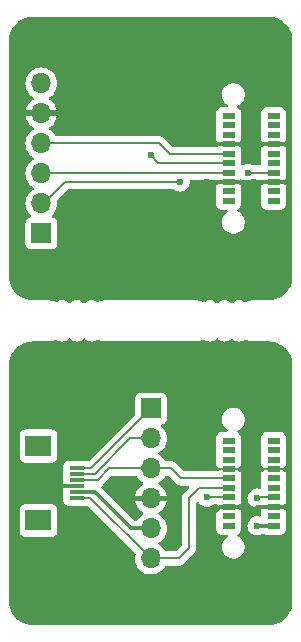
<source format=gbr>
%TF.GenerationSoftware,KiCad,Pcbnew,8.0.3*%
%TF.CreationDate,2024-07-26T09:17:15-04:00*%
%TF.ProjectId,touch_adaptor,746f7563-685f-4616-9461-70746f722e6b,rev?*%
%TF.SameCoordinates,Original*%
%TF.FileFunction,Copper,L1,Top*%
%TF.FilePolarity,Positive*%
%FSLAX46Y46*%
G04 Gerber Fmt 4.6, Leading zero omitted, Abs format (unit mm)*
G04 Created by KiCad (PCBNEW 8.0.3) date 2024-07-26 09:17:15*
%MOMM*%
%LPD*%
G01*
G04 APERTURE LIST*
%TA.AperFunction,SMDPad,CuDef*%
%ADD10R,1.100000X0.500000*%
%TD*%
%TA.AperFunction,ComponentPad*%
%ADD11R,1.700000X1.700000*%
%TD*%
%TA.AperFunction,ComponentPad*%
%ADD12O,1.700000X1.700000*%
%TD*%
%TA.AperFunction,SMDPad,CuDef*%
%ADD13R,1.300000X0.300000*%
%TD*%
%TA.AperFunction,SMDPad,CuDef*%
%ADD14R,2.200000X1.800000*%
%TD*%
%TA.AperFunction,ViaPad*%
%ADD15C,0.600000*%
%TD*%
%TA.AperFunction,Conductor*%
%ADD16C,0.300000*%
%TD*%
%TA.AperFunction,Conductor*%
%ADD17C,0.200000*%
%TD*%
G04 APERTURE END LIST*
D10*
%TO.P,J3,01,01*%
%TO.N,SER_WSOR_ADD2*%
X122900000Y-56400000D03*
%TO.P,J3,02,02*%
%TO.N,SER_WS*%
X119100000Y-56400000D03*
%TO.P,J3,03,03*%
%TO.N,SER_SCKOR_ADD1*%
X122900000Y-57200000D03*
%TO.P,J3,04,04*%
%TO.N,SER_SCK*%
X119100000Y-57200000D03*
%TO.P,J3,05,05*%
%TO.N,SER_SDOR_ADD0*%
X122900000Y-58000000D03*
%TO.P,J3,06,06*%
%TO.N,SER_SD*%
X119100000Y-58000000D03*
%TO.P,J3,07,07*%
%TO.N,GND*%
X122900000Y-58800000D03*
%TO.P,J3,08,08*%
X119100000Y-58800000D03*
%TO.P,J3,09,09*%
%TO.N,SER_GPIO09*%
X122900000Y-59600000D03*
%TO.P,J3,10,10*%
%TO.N,SER_GPIO07*%
X119100000Y-59600000D03*
%TO.P,J3,11,11*%
%TO.N,SER_GPIO05*%
X122900000Y-60400000D03*
%TO.P,J3,12,12*%
%TO.N,SER_GPIO08*%
X119100000Y-60400000D03*
%TO.P,J3,13,13*%
%TO.N,SER_SDA*%
X122900000Y-61200000D03*
%TO.P,J3,14,14*%
%TO.N,SER_SCL*%
X119100000Y-61200000D03*
%TO.P,J3,15,15*%
%TO.N,GND*%
X122900000Y-62000000D03*
%TO.P,J3,16,16*%
X119100000Y-62000000D03*
%TO.P,J3,17,17*%
%TO.N,SER_VDDIO*%
X122900000Y-62800000D03*
%TO.P,J3,18,18*%
%TO.N,SER_USB_5V*%
X119100000Y-62800000D03*
%TO.P,J3,19,19*%
%TO.N,SER_3V3*%
X122900000Y-63600000D03*
%TO.P,J3,20,20*%
%TO.N,SER_12V*%
X119100000Y-63600000D03*
%TD*%
%TO.P,J4,01,01*%
%TO.N,DES_WSOR_ADD2*%
X122900000Y-83900000D03*
%TO.P,J4,02,02*%
%TO.N,DES_WS*%
X119100000Y-83900000D03*
%TO.P,J4,03,03*%
%TO.N,DES_SCKOR_ADD1*%
X122900000Y-84700000D03*
%TO.P,J4,04,04*%
%TO.N,DES_SCK*%
X119100000Y-84700000D03*
%TO.P,J4,05,05*%
%TO.N,DES_SDOR_ADD0*%
X122900000Y-85500000D03*
%TO.P,J4,06,06*%
%TO.N,DES_SD*%
X119100000Y-85500000D03*
%TO.P,J4,07,07*%
%TO.N,GND*%
X122900000Y-86300000D03*
%TO.P,J4,08,08*%
X119100000Y-86300000D03*
%TO.P,J4,09,09*%
%TO.N,DES_GPIO09*%
X122900000Y-87100000D03*
%TO.P,J4,10,10*%
%TO.N,DES_GPIO07*%
X119100000Y-87100000D03*
%TO.P,J4,11,11*%
%TO.N,DES_GPIO05*%
X122900000Y-87900000D03*
%TO.P,J4,12,12*%
%TO.N,DES_GPIO08*%
X119100000Y-87900000D03*
%TO.P,J4,13,13*%
%TO.N,DES_SDA*%
X122900000Y-88700000D03*
%TO.P,J4,14,14*%
%TO.N,DES_SCL*%
X119100000Y-88700000D03*
%TO.P,J4,15,15*%
%TO.N,GND*%
X122900000Y-89500000D03*
%TO.P,J4,16,16*%
X119100000Y-89500000D03*
%TO.P,J4,17,17*%
%TO.N,DES_VDDIO*%
X122900000Y-90300000D03*
%TO.P,J4,18,18*%
%TO.N,DES_USB_5V*%
X119100000Y-90300000D03*
%TO.P,J4,19,19*%
%TO.N,DES_3V3*%
X122900000Y-91100000D03*
%TO.P,J4,20,20*%
%TO.N,DES_12V*%
X119100000Y-91100000D03*
%TD*%
D11*
%TO.P,J5,1,Pin_1*%
%TO.N,unconnected-(J5-Pin_1-Pad1)*%
X103250000Y-66350000D03*
D12*
%TO.P,J5,2,Pin_2*%
%TO.N,SER_SDA*%
X103250000Y-63810000D03*
%TO.P,J5,3,Pin_3*%
%TO.N,SER_SCL*%
X103250000Y-61270000D03*
%TO.P,J5,4,Pin_4*%
%TO.N,SER_GPIO07*%
X103250000Y-58730000D03*
%TO.P,J5,5,Pin_5*%
%TO.N,GND*%
X103250000Y-56190000D03*
%TO.P,J5,6,Pin_6*%
%TO.N,SER_GPIO08*%
X103250000Y-53650000D03*
%TD*%
D13*
%TO.P,J1,1,1*%
%TO.N,DES_SCL*%
X106250000Y-86250000D03*
%TO.P,J1,2,2*%
%TO.N,DES_SDA*%
X106250000Y-86750000D03*
%TO.P,J1,3,3*%
%TO.N,DES_GPIO07*%
X106250000Y-87250000D03*
%TO.P,J1,4,4*%
%TO.N,GND*%
X106250000Y-87750000D03*
%TO.P,J1,5,5*%
%TO.N,DES_3V3*%
X106250000Y-88250000D03*
%TO.P,J1,6,6*%
%TO.N,DES_GPIO08*%
X106250000Y-88750000D03*
D14*
%TO.P,J1,S1*%
%TO.N,N/C*%
X103000000Y-84350000D03*
%TO.P,J1,S2*%
X103000000Y-90650000D03*
%TD*%
D11*
%TO.P,J2,1,Pin_1*%
%TO.N,DES_SCL*%
X112525000Y-81175000D03*
D12*
%TO.P,J2,2,Pin_2*%
%TO.N,DES_SDA*%
X112525000Y-83715000D03*
%TO.P,J2,3,Pin_3*%
%TO.N,DES_GPIO07*%
X112525000Y-86255000D03*
%TO.P,J2,4,Pin_4*%
%TO.N,GND*%
X112525000Y-88795000D03*
%TO.P,J2,5,Pin_5*%
%TO.N,DES_3V3*%
X112525000Y-91335000D03*
%TO.P,J2,6,Pin_6*%
%TO.N,DES_GPIO08*%
X112525000Y-93875000D03*
%TD*%
D15*
%TO.N,SER_GPIO08*%
X112500000Y-59750000D03*
%TO.N,SER_SDA*%
X115000000Y-62000000D03*
X120750000Y-61250000D03*
%TO.N,GND*%
X101250000Y-56250000D03*
X105250000Y-56250000D03*
X117250000Y-62000000D03*
X117250000Y-58750000D03*
X121000000Y-58750000D03*
X121250000Y-62000000D03*
X114250000Y-90000000D03*
X109250000Y-87750000D03*
X114250000Y-92500000D03*
X121500000Y-90000000D03*
X121000000Y-86250000D03*
X117500000Y-90500000D03*
X117500000Y-85750000D03*
X104750000Y-87750000D03*
X110500000Y-87750000D03*
%TO.N,DES_SDA*%
X121500000Y-88750000D03*
%TO.N,DES_SCL*%
X117250000Y-88700000D03*
%TO.N,DES_3V3*%
X121500000Y-91100000D03*
%TD*%
D16*
%TO.N,GND*%
X106250000Y-87750000D02*
X104750000Y-87750000D01*
D17*
%TO.N,DES_GPIO08*%
X107400000Y-88750000D02*
X112525000Y-93875000D01*
X106250000Y-88750000D02*
X107400000Y-88750000D01*
D16*
%TO.N,DES_3V3*%
X110835000Y-91335000D02*
X112525000Y-91335000D01*
X107750000Y-88250000D02*
X110835000Y-91335000D01*
X106250000Y-88250000D02*
X107750000Y-88250000D01*
D17*
%TO.N,DES_GPIO07*%
X108995000Y-86255000D02*
X112525000Y-86255000D01*
X108000000Y-87250000D02*
X108995000Y-86255000D01*
X106250000Y-87250000D02*
X108000000Y-87250000D01*
%TO.N,DES_SCL*%
X107450000Y-86250000D02*
X112525000Y-81175000D01*
X106250000Y-86250000D02*
X107450000Y-86250000D01*
%TO.N,DES_SDA*%
X110785000Y-83715000D02*
X112525000Y-83715000D01*
X107750000Y-86750000D02*
X110785000Y-83715000D01*
X106250000Y-86750000D02*
X107750000Y-86750000D01*
%TO.N,SER_GPIO07*%
X114100000Y-59600000D02*
X113230000Y-58730000D01*
X119100000Y-59600000D02*
X114100000Y-59600000D01*
X113230000Y-58730000D02*
X103250000Y-58730000D01*
%TO.N,SER_GPIO08*%
X113150000Y-60400000D02*
X112500000Y-59750000D01*
X119100000Y-60400000D02*
X113150000Y-60400000D01*
D16*
%TO.N,GND*%
X122750000Y-62000000D02*
X118950000Y-62000000D01*
D17*
%TO.N,SER_SDA*%
X103590000Y-64150000D02*
X103250000Y-63810000D01*
X103590000Y-63660000D02*
X103590000Y-64150000D01*
X105250000Y-62000000D02*
X103590000Y-63660000D01*
X115000000Y-62000000D02*
X105250000Y-62000000D01*
X120800000Y-61200000D02*
X120750000Y-61250000D01*
X122150000Y-61200000D02*
X120800000Y-61200000D01*
X122900000Y-61200000D02*
X122150000Y-61200000D01*
%TO.N,SER_SCL*%
X103320000Y-61200000D02*
X103250000Y-61270000D01*
X119100000Y-61200000D02*
X103320000Y-61200000D01*
%TO.N,GND*%
X117500000Y-58750000D02*
X117550000Y-58800000D01*
D16*
X119100000Y-58800000D02*
X117550000Y-58800000D01*
X119100000Y-62000000D02*
X117750000Y-62000000D01*
X122900000Y-62000000D02*
X124000000Y-62000000D01*
X122900000Y-58800000D02*
X119100000Y-58800000D01*
X122900000Y-58800000D02*
X124050000Y-58800000D01*
D17*
X124050000Y-58800000D02*
X124250000Y-59000000D01*
%TO.N,DES_GPIO07*%
X112525000Y-86255000D02*
X114255000Y-86255000D01*
X114255000Y-86255000D02*
X115100000Y-87100000D01*
X115100000Y-87100000D02*
X119100000Y-87100000D01*
%TO.N,GND*%
X124250000Y-86250000D02*
X124200000Y-86300000D01*
D16*
X122900000Y-89500000D02*
X121500000Y-89500000D01*
X118350000Y-89500000D02*
X117500000Y-90350000D01*
D17*
X117500000Y-90350000D02*
X117500000Y-90500000D01*
D16*
X119100000Y-89500000D02*
X118350000Y-89500000D01*
D17*
X117500000Y-85750000D02*
X118050000Y-86300000D01*
X120950000Y-86300000D02*
X121000000Y-86250000D01*
X121050000Y-86300000D02*
X124200000Y-86300000D01*
X119100000Y-86300000D02*
X120950000Y-86300000D01*
D16*
X122900000Y-89500000D02*
X124000000Y-89500000D01*
X119100000Y-89500000D02*
X120500000Y-89500000D01*
D17*
X121000000Y-86250000D02*
X121050000Y-86300000D01*
X118050000Y-86300000D02*
X119100000Y-86300000D01*
%TO.N,DES_GPIO08*%
X116600000Y-87900000D02*
X119100000Y-87900000D01*
X115750000Y-88750000D02*
X116600000Y-87900000D01*
X114875000Y-93875000D02*
X115750000Y-93000000D01*
X112525000Y-93875000D02*
X114875000Y-93875000D01*
X115750000Y-93000000D02*
X115750000Y-88750000D01*
%TO.N,DES_SDA*%
X121500000Y-88750000D02*
X121484315Y-88750000D01*
X122900000Y-88700000D02*
X121534315Y-88700000D01*
X121534315Y-88700000D02*
X121500000Y-88734315D01*
X121500000Y-88734315D02*
X121500000Y-88750000D01*
%TO.N,DES_SCL*%
X117250000Y-88700000D02*
X119100000Y-88700000D01*
D16*
%TO.N,DES_3V3*%
X121500000Y-91100000D02*
X122900000Y-91100000D01*
%TD*%
%TA.AperFunction,Conductor*%
%TO.N,GND*%
G36*
X114021942Y-86875185D02*
G01*
X114042584Y-86891819D01*
X114615139Y-87464374D01*
X114615149Y-87464385D01*
X114619479Y-87468715D01*
X114619480Y-87468716D01*
X114731284Y-87580520D01*
X114731286Y-87580521D01*
X114731290Y-87580524D01*
X114838345Y-87642331D01*
X114868216Y-87659577D01*
X114980019Y-87689534D01*
X115020942Y-87700500D01*
X115020943Y-87700500D01*
X115650902Y-87700500D01*
X115717941Y-87720185D01*
X115763696Y-87772989D01*
X115773640Y-87842147D01*
X115744615Y-87905703D01*
X115738583Y-87912181D01*
X115269481Y-88381282D01*
X115269477Y-88381287D01*
X115231036Y-88447871D01*
X115231036Y-88447872D01*
X115190423Y-88518214D01*
X115181336Y-88552127D01*
X115149499Y-88670943D01*
X115149499Y-88670945D01*
X115149499Y-88839046D01*
X115149500Y-88839059D01*
X115149500Y-92699903D01*
X115129815Y-92766942D01*
X115113181Y-92787584D01*
X114662584Y-93238181D01*
X114601261Y-93271666D01*
X114574903Y-93274500D01*
X113814091Y-93274500D01*
X113747052Y-93254815D01*
X113701711Y-93202909D01*
X113699037Y-93197175D01*
X113699034Y-93197170D01*
X113690195Y-93184547D01*
X113563495Y-93003599D01*
X113563494Y-93003597D01*
X113396402Y-92836506D01*
X113396396Y-92836501D01*
X113210842Y-92706575D01*
X113167217Y-92651998D01*
X113160023Y-92582500D01*
X113191546Y-92520145D01*
X113210842Y-92503425D01*
X113304377Y-92437931D01*
X113396401Y-92373495D01*
X113563495Y-92206401D01*
X113699035Y-92012830D01*
X113798903Y-91798663D01*
X113860063Y-91570408D01*
X113880659Y-91335000D01*
X113860063Y-91099592D01*
X113798903Y-90871337D01*
X113699035Y-90657171D01*
X113692741Y-90648181D01*
X113563494Y-90463597D01*
X113396402Y-90296506D01*
X113396401Y-90296505D01*
X113210405Y-90166269D01*
X113166781Y-90111692D01*
X113159588Y-90042193D01*
X113191110Y-89979839D01*
X113210405Y-89963119D01*
X113396082Y-89833105D01*
X113563105Y-89666082D01*
X113698600Y-89472578D01*
X113798429Y-89258492D01*
X113798432Y-89258486D01*
X113855636Y-89045000D01*
X112958012Y-89045000D01*
X112990925Y-88987993D01*
X113025000Y-88860826D01*
X113025000Y-88729174D01*
X112990925Y-88602007D01*
X112958012Y-88545000D01*
X113855636Y-88545000D01*
X113855635Y-88544999D01*
X113798432Y-88331513D01*
X113798429Y-88331507D01*
X113698600Y-88117422D01*
X113698599Y-88117420D01*
X113563113Y-87923926D01*
X113563108Y-87923920D01*
X113396078Y-87756890D01*
X113210405Y-87626879D01*
X113166780Y-87572302D01*
X113159588Y-87502804D01*
X113191110Y-87440449D01*
X113210406Y-87423730D01*
X113396401Y-87293495D01*
X113563495Y-87126401D01*
X113699035Y-86932830D01*
X113701707Y-86927097D01*
X113747878Y-86874658D01*
X113814091Y-86855500D01*
X113954903Y-86855500D01*
X114021942Y-86875185D01*
G37*
%TD.AperFunction*%
%TA.AperFunction,Conductor*%
G36*
X111302948Y-86875185D02*
G01*
X111348292Y-86927097D01*
X111350965Y-86932830D01*
X111486505Y-87126401D01*
X111653599Y-87293495D01*
X111802670Y-87397876D01*
X111839594Y-87423730D01*
X111883219Y-87478307D01*
X111890413Y-87547805D01*
X111858890Y-87610160D01*
X111839595Y-87626880D01*
X111653922Y-87756890D01*
X111653920Y-87756891D01*
X111486891Y-87923920D01*
X111486886Y-87923926D01*
X111351400Y-88117420D01*
X111351399Y-88117422D01*
X111251570Y-88331507D01*
X111251567Y-88331513D01*
X111194364Y-88544999D01*
X111194364Y-88545000D01*
X112091988Y-88545000D01*
X112059075Y-88602007D01*
X112025000Y-88729174D01*
X112025000Y-88860826D01*
X112059075Y-88987993D01*
X112091988Y-89045000D01*
X111194364Y-89045000D01*
X111251567Y-89258486D01*
X111251570Y-89258492D01*
X111351399Y-89472578D01*
X111486894Y-89666082D01*
X111653917Y-89833105D01*
X111839595Y-89963119D01*
X111883219Y-90017696D01*
X111890412Y-90087195D01*
X111858890Y-90149549D01*
X111839595Y-90166269D01*
X111653594Y-90296508D01*
X111486506Y-90463596D01*
X111368854Y-90631623D01*
X111314277Y-90675248D01*
X111267279Y-90684500D01*
X111155808Y-90684500D01*
X111088769Y-90664815D01*
X111068127Y-90648181D01*
X108344619Y-87924673D01*
X108311134Y-87863350D01*
X108316118Y-87793658D01*
X108357990Y-87737725D01*
X108367511Y-87731444D01*
X108368710Y-87730523D01*
X108368716Y-87730520D01*
X108480520Y-87618716D01*
X108480520Y-87618714D01*
X108490728Y-87608507D01*
X108490729Y-87608504D01*
X109207416Y-86891819D01*
X109268739Y-86858334D01*
X109295097Y-86855500D01*
X111235909Y-86855500D01*
X111302948Y-86875185D01*
G37*
%TD.AperFunction*%
%TA.AperFunction,Conductor*%
G36*
X119418336Y-75245545D02*
G01*
X119462683Y-75274046D01*
X119529111Y-75340474D01*
X119529117Y-75340479D01*
X119672304Y-75430450D01*
X119672307Y-75430452D01*
X119672311Y-75430453D01*
X119672312Y-75430454D01*
X119672318Y-75430456D01*
X119831945Y-75486312D01*
X119999999Y-75505247D01*
X120000002Y-75505247D01*
X120000005Y-75505247D01*
X120168058Y-75486312D01*
X120168061Y-75486311D01*
X120327692Y-75430454D01*
X120434417Y-75363393D01*
X120501653Y-75344393D01*
X120551899Y-75355592D01*
X120595302Y-75375414D01*
X120636702Y-75394321D01*
X120636708Y-75394323D01*
X120839788Y-75453951D01*
X120876954Y-75464864D01*
X121124802Y-75500500D01*
X121184108Y-75500500D01*
X122434108Y-75500500D01*
X122495933Y-75500500D01*
X122504043Y-75500765D01*
X122752895Y-75517075D01*
X122768953Y-75519190D01*
X122976105Y-75560395D01*
X123009535Y-75567045D01*
X123025202Y-75571243D01*
X123194947Y-75628863D01*
X123257481Y-75650091D01*
X123272458Y-75656294D01*
X123481799Y-75759529D01*
X123492460Y-75764787D01*
X123506508Y-75772897D01*
X123710464Y-75909177D01*
X123723328Y-75919048D01*
X123907749Y-76080781D01*
X123919218Y-76092250D01*
X124080951Y-76276671D01*
X124090825Y-76289539D01*
X124227102Y-76493492D01*
X124235212Y-76507539D01*
X124343702Y-76727534D01*
X124349909Y-76742520D01*
X124428756Y-76974797D01*
X124432954Y-76990464D01*
X124480807Y-77231035D01*
X124482925Y-77247116D01*
X124499235Y-77495956D01*
X124499500Y-77504066D01*
X124499500Y-97495933D01*
X124499235Y-97504043D01*
X124482925Y-97752883D01*
X124480807Y-97768964D01*
X124432954Y-98009535D01*
X124428756Y-98025202D01*
X124349909Y-98257479D01*
X124343702Y-98272465D01*
X124235212Y-98492460D01*
X124227102Y-98506507D01*
X124090825Y-98710460D01*
X124080951Y-98723328D01*
X123919218Y-98907749D01*
X123907749Y-98919218D01*
X123723328Y-99080951D01*
X123710460Y-99090825D01*
X123506507Y-99227102D01*
X123492460Y-99235212D01*
X123272465Y-99343702D01*
X123257479Y-99349909D01*
X123025202Y-99428756D01*
X123009535Y-99432954D01*
X122768964Y-99480807D01*
X122752883Y-99482925D01*
X122504043Y-99499235D01*
X122495933Y-99499500D01*
X102504067Y-99499500D01*
X102495957Y-99499235D01*
X102247116Y-99482925D01*
X102231035Y-99480807D01*
X101990464Y-99432954D01*
X101974797Y-99428756D01*
X101742520Y-99349909D01*
X101727534Y-99343702D01*
X101507539Y-99235212D01*
X101493492Y-99227102D01*
X101289539Y-99090825D01*
X101276671Y-99080951D01*
X101092250Y-98919218D01*
X101080781Y-98907749D01*
X100919048Y-98723328D01*
X100909174Y-98710460D01*
X100772897Y-98506507D01*
X100764787Y-98492460D01*
X100658855Y-98277652D01*
X100656294Y-98272458D01*
X100650090Y-98257479D01*
X100571243Y-98025202D01*
X100567045Y-98009535D01*
X100559186Y-97970026D01*
X100519190Y-97768953D01*
X100517075Y-97752895D01*
X100500765Y-97504043D01*
X100500500Y-97495933D01*
X100500500Y-89702135D01*
X101399500Y-89702135D01*
X101399500Y-91597870D01*
X101399501Y-91597876D01*
X101405908Y-91657483D01*
X101456202Y-91792328D01*
X101456206Y-91792335D01*
X101542452Y-91907544D01*
X101542455Y-91907547D01*
X101657664Y-91993793D01*
X101657671Y-91993797D01*
X101792517Y-92044091D01*
X101792516Y-92044091D01*
X101799444Y-92044835D01*
X101852127Y-92050500D01*
X104147872Y-92050499D01*
X104207483Y-92044091D01*
X104342331Y-91993796D01*
X104457546Y-91907546D01*
X104543796Y-91792331D01*
X104594091Y-91657483D01*
X104600500Y-91597873D01*
X104600499Y-89702128D01*
X104594091Y-89642517D01*
X104588114Y-89626493D01*
X104543797Y-89507671D01*
X104543793Y-89507664D01*
X104457547Y-89392455D01*
X104457544Y-89392452D01*
X104342335Y-89306206D01*
X104342328Y-89306202D01*
X104207482Y-89255908D01*
X104207483Y-89255908D01*
X104147883Y-89249501D01*
X104147881Y-89249500D01*
X104147873Y-89249500D01*
X104147864Y-89249500D01*
X101852129Y-89249500D01*
X101852123Y-89249501D01*
X101792516Y-89255908D01*
X101657671Y-89306202D01*
X101657664Y-89306206D01*
X101542455Y-89392452D01*
X101542452Y-89392455D01*
X101456206Y-89507664D01*
X101456202Y-89507671D01*
X101405908Y-89642517D01*
X101403375Y-89666082D01*
X101399501Y-89702123D01*
X101399500Y-89702135D01*
X100500500Y-89702135D01*
X100500500Y-86052127D01*
X105099500Y-86052127D01*
X105099500Y-86052134D01*
X105099500Y-86052135D01*
X105099500Y-86447869D01*
X105099501Y-86447878D01*
X105103679Y-86486745D01*
X105103679Y-86513250D01*
X105099500Y-86552122D01*
X105099500Y-86947869D01*
X105099501Y-86947878D01*
X105103679Y-86986745D01*
X105103679Y-87013250D01*
X105099500Y-87052122D01*
X105099500Y-87447869D01*
X105099501Y-87447880D01*
X105103931Y-87489093D01*
X105103931Y-87515596D01*
X105100000Y-87552165D01*
X105100000Y-87600000D01*
X105115611Y-87615611D01*
X105129484Y-87619685D01*
X105161713Y-87649690D01*
X105181176Y-87675690D01*
X105205592Y-87741155D01*
X105190740Y-87809428D01*
X105181176Y-87824310D01*
X105167824Y-87842147D01*
X105162364Y-87849441D01*
X105161713Y-87850310D01*
X105113890Y-87886109D01*
X105100000Y-87900000D01*
X105100000Y-87947832D01*
X105103931Y-87984399D01*
X105103931Y-88010905D01*
X105099500Y-88052122D01*
X105099500Y-88447869D01*
X105099501Y-88447871D01*
X105103679Y-88486745D01*
X105103679Y-88513250D01*
X105099500Y-88552122D01*
X105099500Y-88947870D01*
X105099501Y-88947876D01*
X105105908Y-89007483D01*
X105156202Y-89142328D01*
X105156206Y-89142335D01*
X105242452Y-89257544D01*
X105242455Y-89257547D01*
X105357664Y-89343793D01*
X105357671Y-89343797D01*
X105492517Y-89394091D01*
X105492516Y-89394091D01*
X105499444Y-89394835D01*
X105552127Y-89400500D01*
X106947872Y-89400499D01*
X107007483Y-89394091D01*
X107069292Y-89371037D01*
X107138981Y-89366054D01*
X107200301Y-89399536D01*
X107200304Y-89399539D01*
X111192233Y-93391469D01*
X111225718Y-93452792D01*
X111224327Y-93511243D01*
X111189938Y-93639586D01*
X111189936Y-93639596D01*
X111169341Y-93874999D01*
X111169341Y-93875000D01*
X111189936Y-94110403D01*
X111189938Y-94110413D01*
X111251094Y-94338655D01*
X111251096Y-94338659D01*
X111251097Y-94338663D01*
X111314906Y-94475501D01*
X111350965Y-94552830D01*
X111350967Y-94552834D01*
X111459281Y-94707521D01*
X111486505Y-94746401D01*
X111653599Y-94913495D01*
X111750384Y-94981265D01*
X111847165Y-95049032D01*
X111847167Y-95049033D01*
X111847170Y-95049035D01*
X112061337Y-95148903D01*
X112289592Y-95210063D01*
X112477918Y-95226539D01*
X112524999Y-95230659D01*
X112525000Y-95230659D01*
X112525001Y-95230659D01*
X112564234Y-95227226D01*
X112760408Y-95210063D01*
X112988663Y-95148903D01*
X113202830Y-95049035D01*
X113396401Y-94913495D01*
X113563495Y-94746401D01*
X113699035Y-94552830D01*
X113701707Y-94547097D01*
X113747878Y-94494658D01*
X113814091Y-94475500D01*
X114788331Y-94475500D01*
X114788347Y-94475501D01*
X114795943Y-94475501D01*
X114954054Y-94475501D01*
X114954057Y-94475501D01*
X115106785Y-94434577D01*
X115156904Y-94405639D01*
X115243716Y-94355520D01*
X115355520Y-94243716D01*
X115355520Y-94243714D01*
X115365728Y-94233507D01*
X115365730Y-94233504D01*
X116108506Y-93490728D01*
X116108511Y-93490724D01*
X116118714Y-93480520D01*
X116118716Y-93480520D01*
X116230520Y-93368716D01*
X116286552Y-93271666D01*
X116306438Y-93237222D01*
X116306439Y-93237220D01*
X116306924Y-93236379D01*
X116309577Y-93231785D01*
X116350501Y-93079057D01*
X116350501Y-92920943D01*
X116350501Y-92913348D01*
X116350500Y-92913330D01*
X116350500Y-89203476D01*
X116370185Y-89136437D01*
X116422989Y-89090682D01*
X116492147Y-89080738D01*
X116555703Y-89109763D01*
X116579493Y-89137503D01*
X116620184Y-89202262D01*
X116747738Y-89329816D01*
X116838080Y-89386582D01*
X116900331Y-89425697D01*
X116900478Y-89425789D01*
X116971098Y-89450500D01*
X117070745Y-89485368D01*
X117070750Y-89485369D01*
X117249996Y-89505565D01*
X117250000Y-89505565D01*
X117250004Y-89505565D01*
X117429249Y-89485369D01*
X117429252Y-89485368D01*
X117429255Y-89485368D01*
X117599522Y-89425789D01*
X117752262Y-89329816D01*
X117752267Y-89329810D01*
X117755097Y-89327555D01*
X117757275Y-89326665D01*
X117758158Y-89326111D01*
X117758255Y-89326265D01*
X117819783Y-89301145D01*
X117832412Y-89300500D01*
X118141769Y-89300500D01*
X118208808Y-89320185D01*
X118216080Y-89325233D01*
X118314769Y-89399111D01*
X118313069Y-89401380D01*
X118352264Y-89440580D01*
X118367111Y-89508854D01*
X118342690Y-89574317D01*
X118313689Y-89599445D01*
X118314769Y-89600888D01*
X118192456Y-89692451D01*
X118192454Y-89692454D01*
X118186571Y-89700312D01*
X118130639Y-89742182D01*
X118087306Y-89750000D01*
X118050000Y-89750000D01*
X118050000Y-89797844D01*
X118056401Y-89857372D01*
X118058187Y-89864930D01*
X118056542Y-89865318D01*
X118060851Y-89925656D01*
X118055943Y-89942371D01*
X118055908Y-89942520D01*
X118051950Y-89979341D01*
X118049501Y-90002123D01*
X118049500Y-90002136D01*
X118049500Y-90597870D01*
X118049501Y-90597876D01*
X118055908Y-90657479D01*
X118057692Y-90665026D01*
X118056229Y-90665371D01*
X118060585Y-90726371D01*
X118056173Y-90741396D01*
X118055908Y-90742517D01*
X118049501Y-90802117D01*
X118049501Y-90802123D01*
X118049500Y-90802136D01*
X118049500Y-91397870D01*
X118049501Y-91397876D01*
X118055908Y-91457483D01*
X118106202Y-91592328D01*
X118106206Y-91592335D01*
X118192452Y-91707544D01*
X118192455Y-91707547D01*
X118307664Y-91793793D01*
X118307671Y-91793797D01*
X118442517Y-91844091D01*
X118442516Y-91844091D01*
X118449444Y-91844835D01*
X118502127Y-91850500D01*
X118906063Y-91850499D01*
X118973100Y-91870183D01*
X119018855Y-91922987D01*
X119028799Y-91992146D01*
X118999774Y-92055702D01*
X118974952Y-92077601D01*
X118878155Y-92142279D01*
X118878151Y-92142282D01*
X118742282Y-92278151D01*
X118742279Y-92278155D01*
X118635521Y-92437929D01*
X118635520Y-92437931D01*
X118561989Y-92615452D01*
X118561986Y-92615464D01*
X118524500Y-92803917D01*
X118524500Y-92996082D01*
X118561986Y-93184535D01*
X118561989Y-93184547D01*
X118635520Y-93362068D01*
X118635521Y-93362070D01*
X118742279Y-93521844D01*
X118742282Y-93521848D01*
X118878151Y-93657717D01*
X118878155Y-93657720D01*
X119037927Y-93764477D01*
X119037928Y-93764477D01*
X119037929Y-93764478D01*
X119037931Y-93764479D01*
X119215452Y-93838010D01*
X119215457Y-93838012D01*
X119401403Y-93874999D01*
X119403917Y-93875499D01*
X119403920Y-93875500D01*
X119403922Y-93875500D01*
X119596080Y-93875500D01*
X119596081Y-93875499D01*
X119784543Y-93838012D01*
X119962073Y-93764477D01*
X120121845Y-93657720D01*
X120257720Y-93521845D01*
X120364477Y-93362073D01*
X120438012Y-93184543D01*
X120475500Y-92996078D01*
X120475500Y-92803922D01*
X120475500Y-92803919D01*
X120475499Y-92803917D01*
X120456136Y-92706575D01*
X120438012Y-92615457D01*
X120364477Y-92437927D01*
X120257720Y-92278155D01*
X120257717Y-92278151D01*
X120121848Y-92142282D01*
X120121844Y-92142279D01*
X119962070Y-92035521D01*
X119962068Y-92035520D01*
X119910132Y-92014008D01*
X119855728Y-91970167D01*
X119833663Y-91903873D01*
X119850942Y-91836174D01*
X119886959Y-91801421D01*
X119885231Y-91799112D01*
X119977798Y-91729815D01*
X120007546Y-91707546D01*
X120093796Y-91592331D01*
X120144091Y-91457483D01*
X120150500Y-91397873D01*
X120150499Y-90802128D01*
X120144091Y-90742517D01*
X120144090Y-90742515D01*
X120144090Y-90742512D01*
X120142308Y-90734969D01*
X120143773Y-90734622D01*
X120139409Y-90673651D01*
X120143819Y-90658633D01*
X120144089Y-90657488D01*
X120144088Y-90657488D01*
X120144091Y-90657483D01*
X120150500Y-90597873D01*
X120150499Y-90002128D01*
X120144091Y-89942517D01*
X120144091Y-89942516D01*
X120142307Y-89934966D01*
X120143559Y-89934669D01*
X120139145Y-89872924D01*
X120143132Y-89859346D01*
X120143598Y-89857375D01*
X120149999Y-89797844D01*
X120150000Y-89797827D01*
X120150000Y-89750000D01*
X120112694Y-89750000D01*
X120045655Y-89730315D01*
X120013429Y-89700313D01*
X120007546Y-89692454D01*
X120007544Y-89692452D01*
X120007543Y-89692451D01*
X119885231Y-89600888D01*
X119886930Y-89598617D01*
X119847743Y-89559435D01*
X119832886Y-89491163D01*
X119857298Y-89425697D01*
X119886311Y-89400556D01*
X119885231Y-89399112D01*
X120007543Y-89307548D01*
X120007542Y-89307548D01*
X120007546Y-89307546D01*
X120013428Y-89299687D01*
X120069361Y-89257818D01*
X120112694Y-89250000D01*
X120150000Y-89250000D01*
X120150000Y-89202172D01*
X120149999Y-89202155D01*
X120143598Y-89142627D01*
X120141814Y-89135076D01*
X120143459Y-89134687D01*
X120139143Y-89074361D01*
X120144058Y-89057619D01*
X120144089Y-89057489D01*
X120144089Y-89057488D01*
X120144091Y-89057483D01*
X120150500Y-88997873D01*
X120150500Y-88749996D01*
X120694435Y-88749996D01*
X120694435Y-88750003D01*
X120714630Y-88929249D01*
X120714631Y-88929254D01*
X120774211Y-89099523D01*
X120868449Y-89249500D01*
X120870184Y-89252262D01*
X120997738Y-89379816D01*
X121032057Y-89401380D01*
X121145367Y-89472578D01*
X121150478Y-89475789D01*
X121304770Y-89529778D01*
X121320745Y-89535368D01*
X121320750Y-89535369D01*
X121499996Y-89555565D01*
X121500000Y-89555565D01*
X121500004Y-89555565D01*
X121679249Y-89535369D01*
X121679249Y-89535368D01*
X121679255Y-89535368D01*
X121685039Y-89533343D01*
X121754816Y-89529778D01*
X121815445Y-89564502D01*
X121847677Y-89626493D01*
X121850000Y-89650383D01*
X121850000Y-89797844D01*
X121856401Y-89857372D01*
X121858187Y-89864930D01*
X121856542Y-89865318D01*
X121860851Y-89925656D01*
X121855943Y-89942371D01*
X121855908Y-89942520D01*
X121851896Y-89979839D01*
X121849501Y-90002123D01*
X121849500Y-90002135D01*
X121849500Y-90199441D01*
X121829815Y-90266480D01*
X121777011Y-90312235D01*
X121707853Y-90322179D01*
X121684546Y-90316483D01*
X121679257Y-90314632D01*
X121679249Y-90314630D01*
X121500004Y-90294435D01*
X121499996Y-90294435D01*
X121320750Y-90314630D01*
X121320745Y-90314631D01*
X121150476Y-90374211D01*
X120997737Y-90470184D01*
X120870184Y-90597737D01*
X120774211Y-90750476D01*
X120714631Y-90920745D01*
X120714630Y-90920750D01*
X120694435Y-91099996D01*
X120694435Y-91100003D01*
X120714630Y-91279249D01*
X120714631Y-91279254D01*
X120774211Y-91449523D01*
X120779213Y-91457483D01*
X120870184Y-91602262D01*
X120997738Y-91729816D01*
X121060904Y-91769506D01*
X121111696Y-91801421D01*
X121150478Y-91825789D01*
X121221098Y-91850500D01*
X121320745Y-91885368D01*
X121320750Y-91885369D01*
X121499996Y-91905565D01*
X121500000Y-91905565D01*
X121500004Y-91905565D01*
X121679249Y-91885369D01*
X121679251Y-91885368D01*
X121679255Y-91885368D01*
X121679258Y-91885366D01*
X121679262Y-91885366D01*
X121778908Y-91850498D01*
X121849522Y-91825789D01*
X121939096Y-91769505D01*
X122005068Y-91750500D01*
X122008561Y-91750500D01*
X122075600Y-91770185D01*
X122082872Y-91775233D01*
X122105717Y-91792335D01*
X122107668Y-91793795D01*
X122107671Y-91793797D01*
X122242517Y-91844091D01*
X122242516Y-91844091D01*
X122249444Y-91844835D01*
X122302127Y-91850500D01*
X123497872Y-91850499D01*
X123557483Y-91844091D01*
X123692331Y-91793796D01*
X123807546Y-91707546D01*
X123893796Y-91592331D01*
X123944091Y-91457483D01*
X123950500Y-91397873D01*
X123950499Y-90802128D01*
X123944091Y-90742517D01*
X123944090Y-90742515D01*
X123944090Y-90742512D01*
X123942308Y-90734969D01*
X123943773Y-90734622D01*
X123939409Y-90673651D01*
X123943819Y-90658633D01*
X123944089Y-90657488D01*
X123944088Y-90657488D01*
X123944091Y-90657483D01*
X123950500Y-90597873D01*
X123950499Y-90002128D01*
X123944091Y-89942517D01*
X123944091Y-89942516D01*
X123942307Y-89934966D01*
X123943559Y-89934669D01*
X123939145Y-89872924D01*
X123943132Y-89859346D01*
X123943598Y-89857375D01*
X123949999Y-89797844D01*
X123950000Y-89797827D01*
X123950000Y-89750000D01*
X123912694Y-89750000D01*
X123845655Y-89730315D01*
X123813429Y-89700313D01*
X123807546Y-89692454D01*
X123807544Y-89692452D01*
X123807543Y-89692451D01*
X123685231Y-89600888D01*
X123686930Y-89598617D01*
X123647743Y-89559435D01*
X123632886Y-89491163D01*
X123657298Y-89425697D01*
X123686311Y-89400556D01*
X123685231Y-89399112D01*
X123807543Y-89307548D01*
X123807542Y-89307548D01*
X123807546Y-89307546D01*
X123813428Y-89299687D01*
X123869361Y-89257818D01*
X123912694Y-89250000D01*
X123950000Y-89250000D01*
X123950000Y-89202172D01*
X123949999Y-89202155D01*
X123943598Y-89142627D01*
X123941814Y-89135076D01*
X123943459Y-89134687D01*
X123939143Y-89074361D01*
X123944058Y-89057619D01*
X123944089Y-89057489D01*
X123944089Y-89057488D01*
X123944091Y-89057483D01*
X123950500Y-88997873D01*
X123950499Y-88402128D01*
X123944091Y-88342517D01*
X123944090Y-88342515D01*
X123944090Y-88342512D01*
X123942308Y-88334969D01*
X123943773Y-88334622D01*
X123939409Y-88273651D01*
X123943819Y-88258633D01*
X123944089Y-88257488D01*
X123944088Y-88257488D01*
X123944091Y-88257483D01*
X123950500Y-88197873D01*
X123950499Y-87602128D01*
X123944091Y-87542517D01*
X123944090Y-87542515D01*
X123944090Y-87542512D01*
X123942308Y-87534969D01*
X123943773Y-87534622D01*
X123939409Y-87473651D01*
X123943819Y-87458633D01*
X123944089Y-87457488D01*
X123944088Y-87457488D01*
X123944091Y-87457483D01*
X123950500Y-87397873D01*
X123950499Y-86802128D01*
X123944091Y-86742517D01*
X123944091Y-86742516D01*
X123942307Y-86734966D01*
X123943559Y-86734669D01*
X123939145Y-86672924D01*
X123943132Y-86659346D01*
X123943598Y-86657375D01*
X123949999Y-86597844D01*
X123950000Y-86597827D01*
X123950000Y-86550000D01*
X123912694Y-86550000D01*
X123845655Y-86530315D01*
X123813429Y-86500313D01*
X123807546Y-86492454D01*
X123807544Y-86492452D01*
X123807543Y-86492451D01*
X123685231Y-86400888D01*
X123686930Y-86398617D01*
X123647743Y-86359435D01*
X123632886Y-86291163D01*
X123657298Y-86225697D01*
X123686311Y-86200556D01*
X123685231Y-86199112D01*
X123807543Y-86107548D01*
X123807542Y-86107548D01*
X123807546Y-86107546D01*
X123813428Y-86099687D01*
X123869361Y-86057818D01*
X123912694Y-86050000D01*
X123950000Y-86050000D01*
X123950000Y-86002172D01*
X123949999Y-86002155D01*
X123943598Y-85942627D01*
X123941814Y-85935076D01*
X123943459Y-85934687D01*
X123939143Y-85874361D01*
X123944058Y-85857619D01*
X123944089Y-85857489D01*
X123944089Y-85857488D01*
X123944091Y-85857483D01*
X123950500Y-85797873D01*
X123950499Y-85202128D01*
X123944091Y-85142517D01*
X123944090Y-85142515D01*
X123944090Y-85142512D01*
X123942308Y-85134969D01*
X123943773Y-85134622D01*
X123939409Y-85073651D01*
X123943819Y-85058633D01*
X123944089Y-85057488D01*
X123944088Y-85057488D01*
X123944091Y-85057483D01*
X123950500Y-84997873D01*
X123950499Y-84402128D01*
X123944091Y-84342517D01*
X123944090Y-84342515D01*
X123944090Y-84342512D01*
X123942308Y-84334969D01*
X123943773Y-84334622D01*
X123939409Y-84273651D01*
X123943819Y-84258633D01*
X123944089Y-84257488D01*
X123944088Y-84257488D01*
X123944091Y-84257483D01*
X123950500Y-84197873D01*
X123950499Y-83602128D01*
X123944091Y-83542517D01*
X123920619Y-83479586D01*
X123893797Y-83407671D01*
X123893793Y-83407664D01*
X123807547Y-83292455D01*
X123807544Y-83292452D01*
X123692335Y-83206206D01*
X123692328Y-83206202D01*
X123557482Y-83155908D01*
X123557483Y-83155908D01*
X123497883Y-83149501D01*
X123497881Y-83149500D01*
X123497873Y-83149500D01*
X123497864Y-83149500D01*
X122302129Y-83149500D01*
X122302123Y-83149501D01*
X122242516Y-83155908D01*
X122107671Y-83206202D01*
X122107664Y-83206206D01*
X121992455Y-83292452D01*
X121992452Y-83292455D01*
X121906206Y-83407664D01*
X121906202Y-83407671D01*
X121855910Y-83542513D01*
X121855909Y-83542517D01*
X121849500Y-83602127D01*
X121849500Y-83602134D01*
X121849500Y-83602135D01*
X121849500Y-84197870D01*
X121849501Y-84197876D01*
X121855908Y-84257479D01*
X121857692Y-84265026D01*
X121856229Y-84265371D01*
X121860585Y-84326371D01*
X121856173Y-84341396D01*
X121855908Y-84342517D01*
X121850499Y-84392831D01*
X121849501Y-84402123D01*
X121849500Y-84402136D01*
X121849500Y-84997870D01*
X121849501Y-84997876D01*
X121855908Y-85057479D01*
X121857692Y-85065026D01*
X121856229Y-85065371D01*
X121860585Y-85126371D01*
X121856173Y-85141396D01*
X121855908Y-85142517D01*
X121849501Y-85202117D01*
X121849501Y-85202123D01*
X121849500Y-85202136D01*
X121849500Y-85797870D01*
X121849501Y-85797876D01*
X121855909Y-85857487D01*
X121857692Y-85865031D01*
X121856438Y-85865327D01*
X121860856Y-85927069D01*
X121856864Y-85940664D01*
X121856401Y-85942624D01*
X121850000Y-86002155D01*
X121850000Y-86050000D01*
X121887306Y-86050000D01*
X121954345Y-86069685D01*
X121986570Y-86099686D01*
X121992454Y-86107546D01*
X121992455Y-86107546D01*
X121992456Y-86107548D01*
X122114769Y-86199112D01*
X122113070Y-86201381D01*
X122152264Y-86240580D01*
X122167111Y-86308854D01*
X122142690Y-86374317D01*
X122113689Y-86399445D01*
X122114769Y-86400888D01*
X121992456Y-86492451D01*
X121992454Y-86492454D01*
X121986571Y-86500312D01*
X121930639Y-86542182D01*
X121887306Y-86550000D01*
X121850000Y-86550000D01*
X121850000Y-86597844D01*
X121856401Y-86657372D01*
X121858187Y-86664930D01*
X121856542Y-86665318D01*
X121860851Y-86725656D01*
X121855943Y-86742371D01*
X121855908Y-86742520D01*
X121849501Y-86802117D01*
X121849501Y-86802123D01*
X121849500Y-86802136D01*
X121849500Y-87397870D01*
X121849501Y-87397876D01*
X121855908Y-87457479D01*
X121857692Y-87465026D01*
X121856229Y-87465371D01*
X121860585Y-87526371D01*
X121856173Y-87541396D01*
X121855908Y-87542517D01*
X121849501Y-87602116D01*
X121849501Y-87602123D01*
X121849500Y-87602135D01*
X121849500Y-87849441D01*
X121829815Y-87916480D01*
X121777011Y-87962235D01*
X121707853Y-87972179D01*
X121684546Y-87966483D01*
X121679257Y-87964632D01*
X121679249Y-87964630D01*
X121500004Y-87944435D01*
X121499996Y-87944435D01*
X121320750Y-87964630D01*
X121320745Y-87964631D01*
X121150476Y-88024211D01*
X120997737Y-88120184D01*
X120870184Y-88247737D01*
X120774211Y-88400476D01*
X120714631Y-88570745D01*
X120714630Y-88570750D01*
X120694435Y-88749996D01*
X120150500Y-88749996D01*
X120150499Y-88402128D01*
X120144091Y-88342517D01*
X120144090Y-88342515D01*
X120144090Y-88342512D01*
X120142308Y-88334969D01*
X120143773Y-88334622D01*
X120139409Y-88273651D01*
X120143819Y-88258633D01*
X120144089Y-88257488D01*
X120144088Y-88257488D01*
X120144091Y-88257483D01*
X120150500Y-88197873D01*
X120150499Y-87602128D01*
X120144091Y-87542517D01*
X120144090Y-87542515D01*
X120144090Y-87542512D01*
X120142308Y-87534969D01*
X120143773Y-87534622D01*
X120139409Y-87473651D01*
X120143819Y-87458633D01*
X120144089Y-87457488D01*
X120144088Y-87457488D01*
X120144091Y-87457483D01*
X120150500Y-87397873D01*
X120150499Y-86802128D01*
X120144091Y-86742517D01*
X120144091Y-86742516D01*
X120142307Y-86734966D01*
X120143559Y-86734669D01*
X120139145Y-86672924D01*
X120143132Y-86659346D01*
X120143598Y-86657375D01*
X120149999Y-86597844D01*
X120150000Y-86597827D01*
X120150000Y-86550000D01*
X120112694Y-86550000D01*
X120045655Y-86530315D01*
X120013429Y-86500313D01*
X120007546Y-86492454D01*
X120007544Y-86492452D01*
X120007543Y-86492451D01*
X119885231Y-86400888D01*
X119886930Y-86398617D01*
X119847743Y-86359435D01*
X119832886Y-86291163D01*
X119857298Y-86225697D01*
X119886311Y-86200556D01*
X119885231Y-86199112D01*
X120007543Y-86107548D01*
X120007542Y-86107548D01*
X120007546Y-86107546D01*
X120013428Y-86099687D01*
X120069361Y-86057818D01*
X120112694Y-86050000D01*
X120150000Y-86050000D01*
X120150000Y-86002172D01*
X120149999Y-86002155D01*
X120143598Y-85942627D01*
X120141814Y-85935076D01*
X120143459Y-85934687D01*
X120139143Y-85874361D01*
X120144058Y-85857619D01*
X120144089Y-85857489D01*
X120144089Y-85857488D01*
X120144091Y-85857483D01*
X120150500Y-85797873D01*
X120150499Y-85202128D01*
X120144091Y-85142517D01*
X120144090Y-85142515D01*
X120144090Y-85142512D01*
X120142308Y-85134969D01*
X120143773Y-85134622D01*
X120139409Y-85073651D01*
X120143819Y-85058633D01*
X120144089Y-85057488D01*
X120144088Y-85057488D01*
X120144091Y-85057483D01*
X120150500Y-84997873D01*
X120150499Y-84402128D01*
X120144091Y-84342517D01*
X120144090Y-84342515D01*
X120144090Y-84342512D01*
X120142308Y-84334969D01*
X120143773Y-84334622D01*
X120139409Y-84273651D01*
X120143819Y-84258633D01*
X120144089Y-84257488D01*
X120144088Y-84257488D01*
X120144091Y-84257483D01*
X120150500Y-84197873D01*
X120150499Y-83602128D01*
X120144091Y-83542517D01*
X120120619Y-83479586D01*
X120093797Y-83407671D01*
X120093793Y-83407664D01*
X120007547Y-83292455D01*
X120007544Y-83292452D01*
X119885231Y-83200888D01*
X119887123Y-83198359D01*
X119848732Y-83159942D01*
X119833903Y-83091665D01*
X119858342Y-83026208D01*
X119910129Y-82985992D01*
X119962073Y-82964477D01*
X120121845Y-82857720D01*
X120257720Y-82721845D01*
X120364477Y-82562073D01*
X120438012Y-82384543D01*
X120475500Y-82196078D01*
X120475500Y-82003922D01*
X120475500Y-82003919D01*
X120475499Y-82003917D01*
X120438013Y-81815464D01*
X120438012Y-81815457D01*
X120438010Y-81815452D01*
X120364479Y-81637931D01*
X120364478Y-81637929D01*
X120257720Y-81478155D01*
X120257717Y-81478151D01*
X120121848Y-81342282D01*
X120121844Y-81342279D01*
X119962070Y-81235521D01*
X119962068Y-81235520D01*
X119784547Y-81161989D01*
X119784535Y-81161986D01*
X119596081Y-81124500D01*
X119596078Y-81124500D01*
X119403922Y-81124500D01*
X119403919Y-81124500D01*
X119215464Y-81161986D01*
X119215452Y-81161989D01*
X119037931Y-81235520D01*
X119037929Y-81235521D01*
X118878155Y-81342279D01*
X118878151Y-81342282D01*
X118742282Y-81478151D01*
X118742279Y-81478155D01*
X118635521Y-81637929D01*
X118635520Y-81637931D01*
X118561989Y-81815452D01*
X118561986Y-81815464D01*
X118524500Y-82003917D01*
X118524500Y-82196082D01*
X118561986Y-82384535D01*
X118561989Y-82384547D01*
X118635520Y-82562068D01*
X118635521Y-82562070D01*
X118742279Y-82721844D01*
X118742282Y-82721848D01*
X118878151Y-82857717D01*
X118878155Y-82857720D01*
X118974952Y-82922398D01*
X119019757Y-82976010D01*
X119028464Y-83045335D01*
X118998310Y-83108362D01*
X118938867Y-83145082D01*
X118906061Y-83149500D01*
X118502129Y-83149500D01*
X118502123Y-83149501D01*
X118442516Y-83155908D01*
X118307671Y-83206202D01*
X118307664Y-83206206D01*
X118192455Y-83292452D01*
X118192452Y-83292455D01*
X118106206Y-83407664D01*
X118106202Y-83407671D01*
X118055910Y-83542513D01*
X118055909Y-83542517D01*
X118049500Y-83602127D01*
X118049500Y-83602134D01*
X118049500Y-83602135D01*
X118049500Y-84197870D01*
X118049501Y-84197876D01*
X118055908Y-84257479D01*
X118057692Y-84265026D01*
X118056229Y-84265371D01*
X118060585Y-84326371D01*
X118056173Y-84341396D01*
X118055908Y-84342517D01*
X118050499Y-84392831D01*
X118049501Y-84402123D01*
X118049500Y-84402136D01*
X118049500Y-84997870D01*
X118049501Y-84997876D01*
X118055908Y-85057479D01*
X118057692Y-85065026D01*
X118056229Y-85065371D01*
X118060585Y-85126371D01*
X118056173Y-85141396D01*
X118055908Y-85142517D01*
X118049501Y-85202117D01*
X118049501Y-85202123D01*
X118049500Y-85202136D01*
X118049500Y-85797870D01*
X118049501Y-85797876D01*
X118055909Y-85857487D01*
X118057692Y-85865031D01*
X118056438Y-85865327D01*
X118060856Y-85927069D01*
X118056864Y-85940664D01*
X118056401Y-85942624D01*
X118050000Y-86002155D01*
X118050000Y-86050000D01*
X118087306Y-86050000D01*
X118154345Y-86069685D01*
X118186570Y-86099686D01*
X118192454Y-86107546D01*
X118192455Y-86107546D01*
X118192456Y-86107548D01*
X118314769Y-86199112D01*
X118313070Y-86201381D01*
X118352264Y-86240580D01*
X118367111Y-86308854D01*
X118342690Y-86374317D01*
X118313689Y-86399446D01*
X118314769Y-86400889D01*
X118216080Y-86474767D01*
X118150615Y-86499184D01*
X118141769Y-86499500D01*
X115400097Y-86499500D01*
X115333058Y-86479815D01*
X115312416Y-86463181D01*
X114742590Y-85893355D01*
X114742588Y-85893352D01*
X114623717Y-85774481D01*
X114623716Y-85774480D01*
X114536904Y-85724360D01*
X114536904Y-85724359D01*
X114536900Y-85724358D01*
X114486785Y-85695423D01*
X114334057Y-85654499D01*
X114175943Y-85654499D01*
X114168347Y-85654499D01*
X114168331Y-85654500D01*
X113814091Y-85654500D01*
X113747052Y-85634815D01*
X113701711Y-85582909D01*
X113699037Y-85577175D01*
X113699034Y-85577170D01*
X113563494Y-85383597D01*
X113396402Y-85216506D01*
X113396396Y-85216501D01*
X113210842Y-85086575D01*
X113167217Y-85031998D01*
X113160023Y-84962500D01*
X113191546Y-84900145D01*
X113210842Y-84883425D01*
X113233026Y-84867891D01*
X113396401Y-84753495D01*
X113563495Y-84586401D01*
X113699035Y-84392830D01*
X113798903Y-84178663D01*
X113860063Y-83950408D01*
X113880659Y-83715000D01*
X113860063Y-83479592D01*
X113798903Y-83251337D01*
X113699035Y-83037171D01*
X113677353Y-83006206D01*
X113563496Y-82843600D01*
X113563495Y-82843599D01*
X113441567Y-82721671D01*
X113408084Y-82660351D01*
X113413068Y-82590659D01*
X113454939Y-82534725D01*
X113485915Y-82517810D01*
X113617331Y-82468796D01*
X113732546Y-82382546D01*
X113818796Y-82267331D01*
X113869091Y-82132483D01*
X113875500Y-82072873D01*
X113875499Y-80277128D01*
X113869091Y-80217517D01*
X113818796Y-80082669D01*
X113818795Y-80082668D01*
X113818793Y-80082664D01*
X113732547Y-79967455D01*
X113732544Y-79967452D01*
X113617335Y-79881206D01*
X113617328Y-79881202D01*
X113482482Y-79830908D01*
X113482483Y-79830908D01*
X113422883Y-79824501D01*
X113422881Y-79824500D01*
X113422873Y-79824500D01*
X113422864Y-79824500D01*
X111627129Y-79824500D01*
X111627123Y-79824501D01*
X111567516Y-79830908D01*
X111432671Y-79881202D01*
X111432664Y-79881206D01*
X111317455Y-79967452D01*
X111317452Y-79967455D01*
X111231206Y-80082664D01*
X111231202Y-80082671D01*
X111180908Y-80217517D01*
X111174501Y-80277116D01*
X111174501Y-80277123D01*
X111174500Y-80277135D01*
X111174500Y-81624902D01*
X111154815Y-81691941D01*
X111138181Y-81712583D01*
X107237584Y-85613181D01*
X107176261Y-85646666D01*
X107149903Y-85649500D01*
X107146729Y-85649500D01*
X107103396Y-85641682D01*
X107007482Y-85605908D01*
X107007483Y-85605908D01*
X106947883Y-85599501D01*
X106947881Y-85599500D01*
X106947873Y-85599500D01*
X106947864Y-85599500D01*
X105552129Y-85599500D01*
X105552123Y-85599501D01*
X105492516Y-85605908D01*
X105357671Y-85656202D01*
X105357664Y-85656206D01*
X105242455Y-85742452D01*
X105242452Y-85742455D01*
X105156206Y-85857664D01*
X105156202Y-85857671D01*
X105105978Y-85992331D01*
X105105909Y-85992517D01*
X105099500Y-86052127D01*
X100500500Y-86052127D01*
X100500500Y-83402135D01*
X101399500Y-83402135D01*
X101399500Y-85297870D01*
X101399501Y-85297876D01*
X101405908Y-85357483D01*
X101456202Y-85492328D01*
X101456206Y-85492335D01*
X101542452Y-85607544D01*
X101542455Y-85607547D01*
X101657664Y-85693793D01*
X101657671Y-85693797D01*
X101792517Y-85744091D01*
X101792516Y-85744091D01*
X101799444Y-85744835D01*
X101852127Y-85750500D01*
X104147872Y-85750499D01*
X104207483Y-85744091D01*
X104342331Y-85693796D01*
X104457546Y-85607546D01*
X104543796Y-85492331D01*
X104594091Y-85357483D01*
X104600500Y-85297873D01*
X104600499Y-83402128D01*
X104594091Y-83342517D01*
X104560082Y-83251335D01*
X104543797Y-83207671D01*
X104543793Y-83207664D01*
X104457547Y-83092455D01*
X104457544Y-83092452D01*
X104342335Y-83006206D01*
X104342328Y-83006202D01*
X104207482Y-82955908D01*
X104207483Y-82955908D01*
X104147883Y-82949501D01*
X104147881Y-82949500D01*
X104147873Y-82949500D01*
X104147864Y-82949500D01*
X101852129Y-82949500D01*
X101852123Y-82949501D01*
X101792516Y-82955908D01*
X101657671Y-83006202D01*
X101657664Y-83006206D01*
X101542455Y-83092452D01*
X101542452Y-83092455D01*
X101456206Y-83207664D01*
X101456202Y-83207671D01*
X101405908Y-83342517D01*
X101399501Y-83402116D01*
X101399501Y-83402123D01*
X101399500Y-83402135D01*
X100500500Y-83402135D01*
X100500500Y-77504066D01*
X100500765Y-77495956D01*
X100504819Y-77434108D01*
X100517075Y-77247102D01*
X100519190Y-77231048D01*
X100567045Y-76990462D01*
X100571243Y-76974797D01*
X100594337Y-76906762D01*
X100650093Y-76742512D01*
X100656291Y-76727547D01*
X100764790Y-76507533D01*
X100772893Y-76493498D01*
X100909182Y-76289527D01*
X100919039Y-76276681D01*
X101080786Y-76092244D01*
X101092244Y-76080786D01*
X101276681Y-75919039D01*
X101289527Y-75909182D01*
X101493498Y-75772893D01*
X101507533Y-75764790D01*
X101727547Y-75656291D01*
X101742512Y-75650093D01*
X101906762Y-75594337D01*
X101974797Y-75571243D01*
X101990464Y-75567045D01*
X102231048Y-75519190D01*
X102247102Y-75517075D01*
X102495957Y-75500765D01*
X102504067Y-75500500D01*
X102565892Y-75500500D01*
X103675456Y-75500500D01*
X103675484Y-75500502D01*
X103684111Y-75500502D01*
X103750002Y-75500502D01*
X103750003Y-75500502D01*
X103875201Y-75500501D01*
X104074147Y-75471896D01*
X104123043Y-75464867D01*
X104123044Y-75464866D01*
X104123048Y-75464866D01*
X104363302Y-75394321D01*
X104363305Y-75394319D01*
X104363307Y-75394319D01*
X104389965Y-75382143D01*
X104448098Y-75355594D01*
X104517256Y-75345650D01*
X104565583Y-75363394D01*
X104672304Y-75430452D01*
X104672307Y-75430454D01*
X104672305Y-75430454D01*
X104672309Y-75430455D01*
X104672310Y-75430456D01*
X104744913Y-75455860D01*
X104831943Y-75486314D01*
X104999997Y-75505249D01*
X105000000Y-75505249D01*
X105000003Y-75505249D01*
X105168056Y-75486314D01*
X105168065Y-75486311D01*
X105327690Y-75430456D01*
X105327692Y-75430454D01*
X105327694Y-75430454D01*
X105327697Y-75430452D01*
X105470884Y-75340481D01*
X105470885Y-75340480D01*
X105470890Y-75340477D01*
X105537319Y-75274048D01*
X105598642Y-75240563D01*
X105668334Y-75245547D01*
X105712681Y-75274048D01*
X105779109Y-75340476D01*
X105779115Y-75340481D01*
X105922302Y-75430452D01*
X105922305Y-75430454D01*
X105922309Y-75430455D01*
X105922310Y-75430456D01*
X105994913Y-75455860D01*
X106081943Y-75486314D01*
X106249997Y-75505249D01*
X106250000Y-75505249D01*
X106250003Y-75505249D01*
X106418056Y-75486314D01*
X106418065Y-75486311D01*
X106577690Y-75430456D01*
X106577692Y-75430454D01*
X106577694Y-75430454D01*
X106577697Y-75430452D01*
X106720884Y-75340481D01*
X106720885Y-75340480D01*
X106720890Y-75340477D01*
X106787319Y-75274048D01*
X106848642Y-75240563D01*
X106918334Y-75245547D01*
X106962681Y-75274048D01*
X107029109Y-75340476D01*
X107029115Y-75340481D01*
X107172302Y-75430452D01*
X107172305Y-75430454D01*
X107172309Y-75430455D01*
X107172310Y-75430456D01*
X107244913Y-75455860D01*
X107331943Y-75486314D01*
X107499997Y-75505249D01*
X107500000Y-75505249D01*
X107500003Y-75505249D01*
X107668056Y-75486314D01*
X107668065Y-75486311D01*
X107827690Y-75430456D01*
X107934417Y-75363394D01*
X108001651Y-75344394D01*
X108051896Y-75355593D01*
X108136698Y-75394321D01*
X108376952Y-75464866D01*
X108376953Y-75464866D01*
X108376956Y-75464867D01*
X108444086Y-75474518D01*
X108624799Y-75500501D01*
X108624802Y-75500501D01*
X108684104Y-75500501D01*
X108684106Y-75500502D01*
X108747903Y-75500501D01*
X108749997Y-75500502D01*
X108750025Y-75500502D01*
X108867245Y-75500502D01*
X108867248Y-75500500D01*
X116198640Y-75500500D01*
X116198653Y-75500503D01*
X116250006Y-75500503D01*
X116250006Y-75500504D01*
X116375204Y-75500503D01*
X116596481Y-75468687D01*
X116623046Y-75464868D01*
X116623047Y-75464867D01*
X116623052Y-75464867D01*
X116863305Y-75394322D01*
X116948103Y-75355594D01*
X117017261Y-75345650D01*
X117065588Y-75363394D01*
X117114807Y-75394321D01*
X117172309Y-75430452D01*
X117172307Y-75430452D01*
X117172311Y-75430453D01*
X117172312Y-75430454D01*
X117172318Y-75430456D01*
X117331945Y-75486312D01*
X117499999Y-75505247D01*
X117500002Y-75505247D01*
X117500005Y-75505247D01*
X117668058Y-75486312D01*
X117668061Y-75486311D01*
X117827692Y-75430454D01*
X117827694Y-75430452D01*
X117827696Y-75430452D01*
X117827699Y-75430450D01*
X117970886Y-75340479D01*
X117970887Y-75340478D01*
X117970892Y-75340475D01*
X118037321Y-75274046D01*
X118098644Y-75240561D01*
X118168336Y-75245545D01*
X118212683Y-75274046D01*
X118279111Y-75340474D01*
X118279117Y-75340479D01*
X118422304Y-75430450D01*
X118422307Y-75430452D01*
X118422311Y-75430453D01*
X118422312Y-75430454D01*
X118422318Y-75430456D01*
X118581945Y-75486312D01*
X118749999Y-75505247D01*
X118750002Y-75505247D01*
X118750005Y-75505247D01*
X118918058Y-75486312D01*
X118918061Y-75486311D01*
X119077692Y-75430454D01*
X119077694Y-75430452D01*
X119077696Y-75430452D01*
X119077699Y-75430450D01*
X119220886Y-75340479D01*
X119220887Y-75340478D01*
X119220892Y-75340475D01*
X119287321Y-75274046D01*
X119348644Y-75240561D01*
X119418336Y-75245545D01*
G37*
%TD.AperFunction*%
%TA.AperFunction,Conductor*%
G36*
X122504043Y-48000765D02*
G01*
X122752895Y-48017075D01*
X122768953Y-48019190D01*
X122976105Y-48060395D01*
X123009535Y-48067045D01*
X123025202Y-48071243D01*
X123194947Y-48128863D01*
X123257481Y-48150091D01*
X123272458Y-48156294D01*
X123481799Y-48259529D01*
X123492460Y-48264787D01*
X123506508Y-48272897D01*
X123710464Y-48409177D01*
X123723328Y-48419048D01*
X123907749Y-48580781D01*
X123919218Y-48592250D01*
X124080951Y-48776671D01*
X124090825Y-48789539D01*
X124227102Y-48993492D01*
X124235212Y-49007539D01*
X124343702Y-49227534D01*
X124349909Y-49242520D01*
X124428756Y-49474797D01*
X124432954Y-49490464D01*
X124480807Y-49731035D01*
X124482925Y-49747116D01*
X124499235Y-49995956D01*
X124499500Y-50004066D01*
X124499500Y-69995933D01*
X124499235Y-70004043D01*
X124482925Y-70252883D01*
X124480807Y-70268964D01*
X124432954Y-70509535D01*
X124428756Y-70525202D01*
X124349909Y-70757479D01*
X124343702Y-70772465D01*
X124235212Y-70992460D01*
X124227102Y-71006507D01*
X124090825Y-71210460D01*
X124080951Y-71223328D01*
X123919218Y-71407749D01*
X123907749Y-71419218D01*
X123723328Y-71580951D01*
X123710460Y-71590825D01*
X123506507Y-71727102D01*
X123492460Y-71735212D01*
X123272465Y-71843702D01*
X123257479Y-71849909D01*
X123025202Y-71928756D01*
X123009535Y-71932954D01*
X122768964Y-71980807D01*
X122752883Y-71982925D01*
X122504043Y-71999235D01*
X122495933Y-71999500D01*
X121324550Y-71999500D01*
X121324522Y-71999498D01*
X121315895Y-71999498D01*
X121250003Y-71999498D01*
X121198658Y-71999498D01*
X121198639Y-71999500D01*
X121175481Y-71999500D01*
X121175453Y-71999502D01*
X121124805Y-71999502D01*
X121099797Y-72003097D01*
X120876962Y-72035135D01*
X120876948Y-72035139D01*
X120636715Y-72105676D01*
X120551903Y-72144407D01*
X120482744Y-72154348D01*
X120434422Y-72136605D01*
X120327694Y-72069543D01*
X120327693Y-72069542D01*
X120327692Y-72069542D01*
X120289372Y-72056133D01*
X120168058Y-72013683D01*
X120000005Y-71994749D01*
X119999999Y-71994749D01*
X119831945Y-72013683D01*
X119672307Y-72069543D01*
X119672304Y-72069545D01*
X119529117Y-72159516D01*
X119529111Y-72159521D01*
X119462683Y-72225950D01*
X119401360Y-72259435D01*
X119331668Y-72254451D01*
X119287321Y-72225950D01*
X119220892Y-72159521D01*
X119220886Y-72159516D01*
X119077699Y-72069545D01*
X119077696Y-72069543D01*
X118918058Y-72013683D01*
X118750005Y-71994749D01*
X118749999Y-71994749D01*
X118581945Y-72013683D01*
X118422307Y-72069543D01*
X118422304Y-72069545D01*
X118279117Y-72159516D01*
X118279111Y-72159521D01*
X118212683Y-72225950D01*
X118151360Y-72259435D01*
X118081668Y-72254451D01*
X118037321Y-72225950D01*
X117970892Y-72159521D01*
X117970886Y-72159516D01*
X117827699Y-72069545D01*
X117827696Y-72069543D01*
X117668058Y-72013683D01*
X117500005Y-71994749D01*
X117499999Y-71994749D01*
X117331945Y-72013683D01*
X117172309Y-72069543D01*
X117065585Y-72136603D01*
X116998348Y-72155603D01*
X116948103Y-72144404D01*
X116863304Y-72105678D01*
X116740237Y-72069542D01*
X116623056Y-72035134D01*
X116623045Y-72035131D01*
X116403019Y-72003496D01*
X116375204Y-71999497D01*
X116375202Y-71999496D01*
X116375201Y-71999496D01*
X116250006Y-71999496D01*
X116184113Y-71999496D01*
X116176054Y-71999496D01*
X116175992Y-71999500D01*
X108815892Y-71999500D01*
X108750000Y-71999500D01*
X108624802Y-71999500D01*
X108589167Y-72004623D01*
X108376955Y-72035135D01*
X108376951Y-72035136D01*
X108136708Y-72105676D01*
X108136702Y-72105678D01*
X108051899Y-72144406D01*
X107982740Y-72154349D01*
X107934417Y-72136605D01*
X107827692Y-72069545D01*
X107827691Y-72069544D01*
X107827690Y-72069544D01*
X107789370Y-72056135D01*
X107668056Y-72013685D01*
X107500003Y-71994751D01*
X107499997Y-71994751D01*
X107331943Y-72013685D01*
X107172305Y-72069545D01*
X107172302Y-72069547D01*
X107029115Y-72159518D01*
X107029109Y-72159523D01*
X106962681Y-72225952D01*
X106901358Y-72259437D01*
X106831666Y-72254453D01*
X106787319Y-72225952D01*
X106720890Y-72159523D01*
X106720884Y-72159518D01*
X106577697Y-72069547D01*
X106577694Y-72069545D01*
X106418056Y-72013685D01*
X106250003Y-71994751D01*
X106249997Y-71994751D01*
X106081943Y-72013685D01*
X105922305Y-72069545D01*
X105922302Y-72069547D01*
X105779115Y-72159518D01*
X105779109Y-72159523D01*
X105712681Y-72225952D01*
X105651358Y-72259437D01*
X105581666Y-72254453D01*
X105537319Y-72225952D01*
X105470890Y-72159523D01*
X105470884Y-72159518D01*
X105327697Y-72069547D01*
X105327694Y-72069545D01*
X105168056Y-72013685D01*
X105000003Y-71994751D01*
X104999997Y-71994751D01*
X104831943Y-72013685D01*
X104672307Y-72069545D01*
X104565583Y-72136605D01*
X104498346Y-72155605D01*
X104448100Y-72144405D01*
X104363302Y-72105679D01*
X104240231Y-72069542D01*
X104123053Y-72035135D01*
X104123043Y-72035132D01*
X103900208Y-72003094D01*
X103875201Y-71999499D01*
X103875199Y-71999498D01*
X103750003Y-71999498D01*
X103684111Y-71999498D01*
X103675484Y-71999498D01*
X103675456Y-71999500D01*
X102504067Y-71999500D01*
X102495957Y-71999235D01*
X102247116Y-71982925D01*
X102231035Y-71980807D01*
X101990464Y-71932954D01*
X101974797Y-71928756D01*
X101742520Y-71849909D01*
X101727534Y-71843702D01*
X101507539Y-71735212D01*
X101493492Y-71727102D01*
X101289539Y-71590825D01*
X101276671Y-71580951D01*
X101092250Y-71419218D01*
X101080781Y-71407749D01*
X100919048Y-71223328D01*
X100909174Y-71210460D01*
X100772897Y-71006507D01*
X100764787Y-70992460D01*
X100658855Y-70777652D01*
X100656294Y-70772458D01*
X100650090Y-70757479D01*
X100571243Y-70525202D01*
X100567045Y-70509535D01*
X100559186Y-70470026D01*
X100519190Y-70268953D01*
X100517075Y-70252895D01*
X100500765Y-70004043D01*
X100500500Y-69995933D01*
X100500500Y-53649999D01*
X101894341Y-53649999D01*
X101894341Y-53650000D01*
X101914936Y-53885403D01*
X101914938Y-53885413D01*
X101976094Y-54113655D01*
X101976096Y-54113659D01*
X101976097Y-54113663D01*
X102070193Y-54315452D01*
X102075965Y-54327830D01*
X102075967Y-54327834D01*
X102211501Y-54521395D01*
X102211506Y-54521402D01*
X102378597Y-54688493D01*
X102378603Y-54688498D01*
X102564594Y-54818730D01*
X102608219Y-54873307D01*
X102615413Y-54942805D01*
X102583890Y-55005160D01*
X102564595Y-55021880D01*
X102378922Y-55151890D01*
X102378920Y-55151891D01*
X102211891Y-55318920D01*
X102211886Y-55318926D01*
X102076400Y-55512420D01*
X102076399Y-55512422D01*
X101976570Y-55726507D01*
X101976567Y-55726513D01*
X101919364Y-55939999D01*
X101919364Y-55940000D01*
X102816988Y-55940000D01*
X102784075Y-55997007D01*
X102750000Y-56124174D01*
X102750000Y-56255826D01*
X102784075Y-56382993D01*
X102816988Y-56440000D01*
X101919364Y-56440000D01*
X101976567Y-56653486D01*
X101976570Y-56653492D01*
X102076399Y-56867578D01*
X102211894Y-57061082D01*
X102378917Y-57228105D01*
X102564595Y-57358119D01*
X102608219Y-57412696D01*
X102615412Y-57482195D01*
X102583890Y-57544549D01*
X102564595Y-57561269D01*
X102378594Y-57691508D01*
X102211505Y-57858597D01*
X102075965Y-58052169D01*
X102075964Y-58052171D01*
X101976098Y-58266335D01*
X101976094Y-58266344D01*
X101914938Y-58494586D01*
X101914936Y-58494596D01*
X101894341Y-58729999D01*
X101894341Y-58730000D01*
X101914936Y-58965403D01*
X101914938Y-58965413D01*
X101976094Y-59193655D01*
X101976096Y-59193659D01*
X101976097Y-59193663D01*
X102048839Y-59349658D01*
X102075965Y-59407830D01*
X102075967Y-59407834D01*
X102211501Y-59601395D01*
X102211506Y-59601402D01*
X102378597Y-59768493D01*
X102378603Y-59768498D01*
X102564158Y-59898425D01*
X102607783Y-59953002D01*
X102614977Y-60022500D01*
X102583454Y-60084855D01*
X102564158Y-60101575D01*
X102378597Y-60231505D01*
X102211505Y-60398597D01*
X102075965Y-60592169D01*
X102075964Y-60592171D01*
X101976098Y-60806335D01*
X101976094Y-60806344D01*
X101914938Y-61034586D01*
X101914936Y-61034596D01*
X101894341Y-61269999D01*
X101894341Y-61270000D01*
X101914936Y-61505403D01*
X101914938Y-61505413D01*
X101976094Y-61733655D01*
X101976096Y-61733659D01*
X101976097Y-61733663D01*
X102053247Y-61899111D01*
X102075965Y-61947830D01*
X102075967Y-61947834D01*
X102211501Y-62141395D01*
X102211506Y-62141402D01*
X102378597Y-62308493D01*
X102378603Y-62308498D01*
X102564158Y-62438425D01*
X102607783Y-62493002D01*
X102614977Y-62562500D01*
X102583454Y-62624855D01*
X102564158Y-62641575D01*
X102378597Y-62771505D01*
X102211505Y-62938597D01*
X102075965Y-63132169D01*
X102075964Y-63132171D01*
X101976098Y-63346335D01*
X101976094Y-63346344D01*
X101914938Y-63574586D01*
X101914936Y-63574596D01*
X101894341Y-63809999D01*
X101894341Y-63810000D01*
X101914936Y-64045403D01*
X101914938Y-64045413D01*
X101976094Y-64273655D01*
X101976096Y-64273659D01*
X101976097Y-64273663D01*
X102011927Y-64350500D01*
X102075965Y-64487830D01*
X102075967Y-64487834D01*
X102138823Y-64577601D01*
X102211501Y-64681396D01*
X102211506Y-64681402D01*
X102333430Y-64803326D01*
X102366915Y-64864649D01*
X102361931Y-64934341D01*
X102320059Y-64990274D01*
X102289083Y-65007189D01*
X102157669Y-65056203D01*
X102157664Y-65056206D01*
X102042455Y-65142452D01*
X102042452Y-65142455D01*
X101956206Y-65257664D01*
X101956202Y-65257671D01*
X101905908Y-65392517D01*
X101899501Y-65452116D01*
X101899501Y-65452123D01*
X101899500Y-65452135D01*
X101899500Y-67247870D01*
X101899501Y-67247876D01*
X101905908Y-67307483D01*
X101956202Y-67442328D01*
X101956206Y-67442335D01*
X102042452Y-67557544D01*
X102042455Y-67557547D01*
X102157664Y-67643793D01*
X102157671Y-67643797D01*
X102292517Y-67694091D01*
X102292516Y-67694091D01*
X102299444Y-67694835D01*
X102352127Y-67700500D01*
X104147872Y-67700499D01*
X104207483Y-67694091D01*
X104342331Y-67643796D01*
X104457546Y-67557546D01*
X104543796Y-67442331D01*
X104594091Y-67307483D01*
X104600500Y-67247873D01*
X104600499Y-65452128D01*
X104594091Y-65392517D01*
X104561047Y-65303922D01*
X104543797Y-65257671D01*
X104543793Y-65257664D01*
X104457547Y-65142455D01*
X104457544Y-65142452D01*
X104342335Y-65056206D01*
X104342328Y-65056202D01*
X104210917Y-65007189D01*
X104154983Y-64965318D01*
X104130566Y-64899853D01*
X104145418Y-64831580D01*
X104166563Y-64803332D01*
X104288495Y-64681401D01*
X104424035Y-64487830D01*
X104523903Y-64273663D01*
X104585063Y-64045408D01*
X104605659Y-63810000D01*
X104585241Y-63576631D01*
X104599007Y-63508134D01*
X104621084Y-63478149D01*
X105462417Y-62636819D01*
X105523740Y-62603334D01*
X105550098Y-62600500D01*
X114417588Y-62600500D01*
X114484627Y-62620185D01*
X114494903Y-62627555D01*
X114497736Y-62629814D01*
X114497738Y-62629816D01*
X114650478Y-62725789D01*
X114781127Y-62771505D01*
X114820745Y-62785368D01*
X114820750Y-62785369D01*
X114999996Y-62805565D01*
X115000000Y-62805565D01*
X115000004Y-62805565D01*
X115179249Y-62785369D01*
X115179252Y-62785368D01*
X115179255Y-62785368D01*
X115349522Y-62725789D01*
X115502262Y-62629816D01*
X115629816Y-62502262D01*
X115725789Y-62349522D01*
X115785368Y-62179255D01*
X115794198Y-62100888D01*
X115805565Y-62000003D01*
X115805565Y-61999996D01*
X115798623Y-61938383D01*
X115810678Y-61869561D01*
X115858027Y-61818182D01*
X115921843Y-61800500D01*
X118141769Y-61800500D01*
X118208808Y-61820185D01*
X118216080Y-61825233D01*
X118314769Y-61899111D01*
X118313069Y-61901380D01*
X118352264Y-61940580D01*
X118367111Y-62008854D01*
X118342690Y-62074317D01*
X118313689Y-62099445D01*
X118314769Y-62100888D01*
X118192456Y-62192451D01*
X118192454Y-62192454D01*
X118186571Y-62200312D01*
X118130639Y-62242182D01*
X118087306Y-62250000D01*
X118050000Y-62250000D01*
X118050000Y-62297844D01*
X118056401Y-62357372D01*
X118058187Y-62364930D01*
X118056542Y-62365318D01*
X118060851Y-62425656D01*
X118055943Y-62442371D01*
X118055908Y-62442520D01*
X118050481Y-62493002D01*
X118049501Y-62502123D01*
X118049500Y-62502136D01*
X118049500Y-63097870D01*
X118049501Y-63097876D01*
X118055908Y-63157479D01*
X118057692Y-63165026D01*
X118056229Y-63165371D01*
X118060585Y-63226371D01*
X118056173Y-63241396D01*
X118055908Y-63242517D01*
X118049501Y-63302117D01*
X118049501Y-63302123D01*
X118049500Y-63302136D01*
X118049500Y-63897870D01*
X118049501Y-63897876D01*
X118055908Y-63957483D01*
X118106202Y-64092328D01*
X118106206Y-64092335D01*
X118192452Y-64207544D01*
X118192455Y-64207547D01*
X118307664Y-64293793D01*
X118307671Y-64293797D01*
X118442517Y-64344091D01*
X118442516Y-64344091D01*
X118449444Y-64344835D01*
X118502127Y-64350500D01*
X118906063Y-64350499D01*
X118973100Y-64370183D01*
X119018855Y-64422987D01*
X119028799Y-64492146D01*
X118999774Y-64555702D01*
X118974952Y-64577601D01*
X118878155Y-64642279D01*
X118878151Y-64642282D01*
X118742282Y-64778151D01*
X118742279Y-64778155D01*
X118635521Y-64937929D01*
X118635520Y-64937931D01*
X118561989Y-65115452D01*
X118561986Y-65115464D01*
X118524500Y-65303917D01*
X118524500Y-65496082D01*
X118561986Y-65684535D01*
X118561989Y-65684547D01*
X118635520Y-65862068D01*
X118635521Y-65862070D01*
X118742279Y-66021844D01*
X118742282Y-66021848D01*
X118878151Y-66157717D01*
X118878155Y-66157720D01*
X119037927Y-66264477D01*
X119037928Y-66264477D01*
X119037929Y-66264478D01*
X119037931Y-66264479D01*
X119215452Y-66338010D01*
X119215457Y-66338012D01*
X119403917Y-66375499D01*
X119403920Y-66375500D01*
X119403922Y-66375500D01*
X119596080Y-66375500D01*
X119596081Y-66375499D01*
X119784543Y-66338012D01*
X119962073Y-66264477D01*
X120121845Y-66157720D01*
X120257720Y-66021845D01*
X120364477Y-65862073D01*
X120438012Y-65684543D01*
X120475500Y-65496078D01*
X120475500Y-65303922D01*
X120475500Y-65303919D01*
X120475499Y-65303917D01*
X120443382Y-65142454D01*
X120438012Y-65115457D01*
X120389982Y-64999501D01*
X120364479Y-64937931D01*
X120364478Y-64937929D01*
X120339036Y-64899853D01*
X120257720Y-64778155D01*
X120257717Y-64778151D01*
X120121848Y-64642282D01*
X120121844Y-64642279D01*
X119962070Y-64535521D01*
X119962068Y-64535520D01*
X119910132Y-64514008D01*
X119855728Y-64470167D01*
X119833663Y-64403873D01*
X119850942Y-64336174D01*
X119886959Y-64301421D01*
X119885231Y-64299112D01*
X119965136Y-64239293D01*
X120007546Y-64207546D01*
X120093796Y-64092331D01*
X120144091Y-63957483D01*
X120150500Y-63897873D01*
X120150499Y-63302128D01*
X120144091Y-63242517D01*
X120144090Y-63242515D01*
X120144090Y-63242512D01*
X120142308Y-63234969D01*
X120143773Y-63234622D01*
X120139409Y-63173651D01*
X120143819Y-63158633D01*
X120144089Y-63157488D01*
X120144088Y-63157488D01*
X120144091Y-63157483D01*
X120150500Y-63097873D01*
X120150499Y-62502128D01*
X120144091Y-62442517D01*
X120144091Y-62442516D01*
X120142307Y-62434966D01*
X120143559Y-62434669D01*
X120139145Y-62372924D01*
X120143132Y-62359346D01*
X120143598Y-62357375D01*
X120149999Y-62297844D01*
X120150000Y-62297827D01*
X120150000Y-62250000D01*
X120112694Y-62250000D01*
X120045655Y-62230315D01*
X120013429Y-62200313D01*
X120007546Y-62192454D01*
X120007544Y-62192452D01*
X120007543Y-62192451D01*
X119885231Y-62100888D01*
X119886930Y-62098617D01*
X119847743Y-62059435D01*
X119832886Y-61991163D01*
X119857298Y-61925697D01*
X119886311Y-61900556D01*
X119885231Y-61899112D01*
X120014645Y-61802232D01*
X120016306Y-61804451D01*
X120065149Y-61777781D01*
X120134841Y-61782765D01*
X120179188Y-61811266D01*
X120247738Y-61879816D01*
X120282057Y-61901380D01*
X120355981Y-61947830D01*
X120400478Y-61975789D01*
X120570745Y-62035368D01*
X120570750Y-62035369D01*
X120749996Y-62055565D01*
X120750000Y-62055565D01*
X120750004Y-62055565D01*
X120929249Y-62035369D01*
X120929252Y-62035368D01*
X120929255Y-62035368D01*
X121099522Y-61975789D01*
X121252262Y-61879816D01*
X121295259Y-61836819D01*
X121356582Y-61803334D01*
X121382940Y-61800500D01*
X121941769Y-61800500D01*
X122008808Y-61820185D01*
X122016080Y-61825233D01*
X122114769Y-61899111D01*
X122113069Y-61901380D01*
X122152264Y-61940580D01*
X122167111Y-62008854D01*
X122142690Y-62074317D01*
X122113689Y-62099445D01*
X122114769Y-62100888D01*
X121992456Y-62192451D01*
X121992454Y-62192454D01*
X121986571Y-62200312D01*
X121930639Y-62242182D01*
X121887306Y-62250000D01*
X121850000Y-62250000D01*
X121850000Y-62297844D01*
X121856401Y-62357372D01*
X121858187Y-62364930D01*
X121856542Y-62365318D01*
X121860851Y-62425656D01*
X121855943Y-62442371D01*
X121855908Y-62442520D01*
X121850481Y-62493002D01*
X121849501Y-62502123D01*
X121849500Y-62502136D01*
X121849500Y-63097870D01*
X121849501Y-63097876D01*
X121855908Y-63157479D01*
X121857692Y-63165026D01*
X121856229Y-63165371D01*
X121860585Y-63226371D01*
X121856173Y-63241396D01*
X121855908Y-63242517D01*
X121849501Y-63302117D01*
X121849501Y-63302123D01*
X121849500Y-63302136D01*
X121849500Y-63897870D01*
X121849501Y-63897876D01*
X121855908Y-63957483D01*
X121906202Y-64092328D01*
X121906206Y-64092335D01*
X121992452Y-64207544D01*
X121992455Y-64207547D01*
X122107664Y-64293793D01*
X122107671Y-64293797D01*
X122242517Y-64344091D01*
X122242516Y-64344091D01*
X122249444Y-64344835D01*
X122302127Y-64350500D01*
X123497872Y-64350499D01*
X123557483Y-64344091D01*
X123692331Y-64293796D01*
X123807546Y-64207546D01*
X123893796Y-64092331D01*
X123944091Y-63957483D01*
X123950500Y-63897873D01*
X123950499Y-63302128D01*
X123944091Y-63242517D01*
X123944090Y-63242515D01*
X123944090Y-63242512D01*
X123942308Y-63234969D01*
X123943773Y-63234622D01*
X123939409Y-63173651D01*
X123943819Y-63158633D01*
X123944089Y-63157488D01*
X123944088Y-63157488D01*
X123944091Y-63157483D01*
X123950500Y-63097873D01*
X123950499Y-62502128D01*
X123944091Y-62442517D01*
X123944091Y-62442516D01*
X123942307Y-62434966D01*
X123943559Y-62434669D01*
X123939145Y-62372924D01*
X123943132Y-62359346D01*
X123943598Y-62357375D01*
X123949999Y-62297844D01*
X123950000Y-62297827D01*
X123950000Y-62250000D01*
X123912694Y-62250000D01*
X123845655Y-62230315D01*
X123813429Y-62200313D01*
X123807546Y-62192454D01*
X123807544Y-62192452D01*
X123807543Y-62192451D01*
X123685231Y-62100888D01*
X123686930Y-62098617D01*
X123647743Y-62059435D01*
X123632886Y-61991163D01*
X123657298Y-61925697D01*
X123686311Y-61900556D01*
X123685231Y-61899112D01*
X123793338Y-61818182D01*
X123807546Y-61807546D01*
X123813428Y-61799687D01*
X123869361Y-61757818D01*
X123912694Y-61750000D01*
X123950000Y-61750000D01*
X123950000Y-61702172D01*
X123949999Y-61702155D01*
X123943598Y-61642627D01*
X123941814Y-61635076D01*
X123943459Y-61634687D01*
X123939143Y-61574361D01*
X123944058Y-61557619D01*
X123944089Y-61557489D01*
X123944089Y-61557488D01*
X123944091Y-61557483D01*
X123950500Y-61497873D01*
X123950499Y-60902128D01*
X123944091Y-60842517D01*
X123944090Y-60842515D01*
X123944090Y-60842512D01*
X123942308Y-60834969D01*
X123943773Y-60834622D01*
X123939409Y-60773651D01*
X123943819Y-60758633D01*
X123944089Y-60757488D01*
X123944088Y-60757488D01*
X123944091Y-60757483D01*
X123950500Y-60697873D01*
X123950499Y-60102128D01*
X123944091Y-60042517D01*
X123944090Y-60042515D01*
X123944090Y-60042512D01*
X123942308Y-60034969D01*
X123943773Y-60034622D01*
X123939409Y-59973651D01*
X123943819Y-59958633D01*
X123944089Y-59957488D01*
X123944088Y-59957488D01*
X123944091Y-59957483D01*
X123950500Y-59897873D01*
X123950499Y-59302128D01*
X123944091Y-59242517D01*
X123944091Y-59242516D01*
X123942307Y-59234966D01*
X123943559Y-59234669D01*
X123939145Y-59172924D01*
X123943132Y-59159346D01*
X123943598Y-59157375D01*
X123949999Y-59097844D01*
X123950000Y-59097827D01*
X123950000Y-59050000D01*
X123912694Y-59050000D01*
X123845655Y-59030315D01*
X123813429Y-59000313D01*
X123807546Y-58992454D01*
X123807544Y-58992452D01*
X123807543Y-58992451D01*
X123685231Y-58900888D01*
X123686930Y-58898617D01*
X123647743Y-58859435D01*
X123632886Y-58791163D01*
X123657298Y-58725697D01*
X123686311Y-58700556D01*
X123685231Y-58699112D01*
X123807543Y-58607548D01*
X123807542Y-58607548D01*
X123807546Y-58607546D01*
X123813428Y-58599687D01*
X123869361Y-58557818D01*
X123912694Y-58550000D01*
X123950000Y-58550000D01*
X123950000Y-58502172D01*
X123949999Y-58502155D01*
X123943598Y-58442627D01*
X123941814Y-58435076D01*
X123943459Y-58434687D01*
X123939143Y-58374361D01*
X123944058Y-58357619D01*
X123944089Y-58357489D01*
X123944089Y-58357488D01*
X123944091Y-58357483D01*
X123950500Y-58297873D01*
X123950499Y-57702128D01*
X123944091Y-57642517D01*
X123944090Y-57642515D01*
X123944090Y-57642512D01*
X123942308Y-57634969D01*
X123943773Y-57634622D01*
X123939409Y-57573651D01*
X123943819Y-57558633D01*
X123944089Y-57557488D01*
X123944088Y-57557488D01*
X123944091Y-57557483D01*
X123950500Y-57497873D01*
X123950499Y-56902128D01*
X123944091Y-56842517D01*
X123944090Y-56842515D01*
X123944090Y-56842512D01*
X123942308Y-56834969D01*
X123943773Y-56834622D01*
X123939409Y-56773651D01*
X123943819Y-56758633D01*
X123944089Y-56757488D01*
X123944088Y-56757488D01*
X123944091Y-56757483D01*
X123950500Y-56697873D01*
X123950499Y-56102128D01*
X123944091Y-56042517D01*
X123905854Y-55939999D01*
X123893797Y-55907671D01*
X123893793Y-55907664D01*
X123807547Y-55792455D01*
X123807544Y-55792452D01*
X123692335Y-55706206D01*
X123692328Y-55706202D01*
X123557482Y-55655908D01*
X123557483Y-55655908D01*
X123497883Y-55649501D01*
X123497881Y-55649500D01*
X123497873Y-55649500D01*
X123497864Y-55649500D01*
X122302129Y-55649500D01*
X122302123Y-55649501D01*
X122242516Y-55655908D01*
X122107671Y-55706202D01*
X122107664Y-55706206D01*
X121992455Y-55792452D01*
X121992452Y-55792455D01*
X121906206Y-55907664D01*
X121906202Y-55907671D01*
X121855910Y-56042513D01*
X121855909Y-56042517D01*
X121849500Y-56102127D01*
X121849500Y-56102134D01*
X121849500Y-56102135D01*
X121849500Y-56697870D01*
X121849501Y-56697876D01*
X121855908Y-56757479D01*
X121857692Y-56765026D01*
X121856229Y-56765371D01*
X121860585Y-56826371D01*
X121856173Y-56841396D01*
X121855908Y-56842517D01*
X121849501Y-56902117D01*
X121849501Y-56902123D01*
X121849500Y-56902136D01*
X121849500Y-57497870D01*
X121849501Y-57497876D01*
X121855908Y-57557479D01*
X121857692Y-57565026D01*
X121856229Y-57565371D01*
X121860585Y-57626371D01*
X121856173Y-57641396D01*
X121855908Y-57642517D01*
X121849501Y-57702117D01*
X121849501Y-57702123D01*
X121849500Y-57702136D01*
X121849500Y-58297870D01*
X121849501Y-58297876D01*
X121855909Y-58357487D01*
X121857692Y-58365031D01*
X121856438Y-58365327D01*
X121860856Y-58427069D01*
X121856864Y-58440664D01*
X121856401Y-58442624D01*
X121850000Y-58502155D01*
X121850000Y-58550000D01*
X121887306Y-58550000D01*
X121954345Y-58569685D01*
X121986570Y-58599686D01*
X121992454Y-58607546D01*
X121992455Y-58607546D01*
X121992456Y-58607548D01*
X122114769Y-58699112D01*
X122113070Y-58701381D01*
X122152264Y-58740580D01*
X122167111Y-58808854D01*
X122142690Y-58874317D01*
X122113689Y-58899445D01*
X122114769Y-58900888D01*
X121992456Y-58992451D01*
X121992454Y-58992454D01*
X121986571Y-59000312D01*
X121930639Y-59042182D01*
X121887306Y-59050000D01*
X121850000Y-59050000D01*
X121850000Y-59097844D01*
X121856401Y-59157372D01*
X121858187Y-59164930D01*
X121856542Y-59165318D01*
X121860851Y-59225656D01*
X121855943Y-59242371D01*
X121855908Y-59242520D01*
X121849501Y-59302117D01*
X121849501Y-59302123D01*
X121849500Y-59302136D01*
X121849500Y-59897870D01*
X121849501Y-59897876D01*
X121855908Y-59957479D01*
X121857692Y-59965026D01*
X121856229Y-59965371D01*
X121860585Y-60026371D01*
X121856173Y-60041396D01*
X121855908Y-60042517D01*
X121849780Y-60099522D01*
X121849501Y-60102123D01*
X121849500Y-60102136D01*
X121849501Y-60475500D01*
X121829817Y-60542539D01*
X121777013Y-60588294D01*
X121725501Y-60599500D01*
X121255068Y-60599500D01*
X121189096Y-60580494D01*
X121099522Y-60524210D01*
X121099518Y-60524209D01*
X120929262Y-60464633D01*
X120929249Y-60464630D01*
X120750004Y-60444435D01*
X120749996Y-60444435D01*
X120570750Y-60464630D01*
X120570745Y-60464631D01*
X120400474Y-60524212D01*
X120340470Y-60561915D01*
X120273233Y-60580915D01*
X120206398Y-60560547D01*
X120161185Y-60507279D01*
X120150499Y-60456923D01*
X120150499Y-60102128D01*
X120144091Y-60042517D01*
X120144090Y-60042515D01*
X120144090Y-60042512D01*
X120142308Y-60034969D01*
X120143773Y-60034622D01*
X120139409Y-59973651D01*
X120143819Y-59958633D01*
X120144089Y-59957488D01*
X120144088Y-59957488D01*
X120144091Y-59957483D01*
X120150500Y-59897873D01*
X120150499Y-59302128D01*
X120144091Y-59242517D01*
X120144091Y-59242516D01*
X120142307Y-59234966D01*
X120143559Y-59234669D01*
X120139145Y-59172924D01*
X120143132Y-59159346D01*
X120143598Y-59157375D01*
X120149999Y-59097844D01*
X120150000Y-59097827D01*
X120150000Y-59050000D01*
X120112694Y-59050000D01*
X120045655Y-59030315D01*
X120013429Y-59000313D01*
X120007546Y-58992454D01*
X120007544Y-58992452D01*
X120007543Y-58992451D01*
X119885231Y-58900888D01*
X119886930Y-58898617D01*
X119847743Y-58859435D01*
X119832886Y-58791163D01*
X119857298Y-58725697D01*
X119886311Y-58700556D01*
X119885231Y-58699112D01*
X120007543Y-58607548D01*
X120007542Y-58607548D01*
X120007546Y-58607546D01*
X120013428Y-58599687D01*
X120069361Y-58557818D01*
X120112694Y-58550000D01*
X120150000Y-58550000D01*
X120150000Y-58502172D01*
X120149999Y-58502155D01*
X120143598Y-58442627D01*
X120141814Y-58435076D01*
X120143459Y-58434687D01*
X120139143Y-58374361D01*
X120144058Y-58357619D01*
X120144089Y-58357489D01*
X120144089Y-58357488D01*
X120144091Y-58357483D01*
X120150500Y-58297873D01*
X120150499Y-57702128D01*
X120144091Y-57642517D01*
X120144090Y-57642515D01*
X120144090Y-57642512D01*
X120142308Y-57634969D01*
X120143773Y-57634622D01*
X120139409Y-57573651D01*
X120143819Y-57558633D01*
X120144089Y-57557488D01*
X120144088Y-57557488D01*
X120144091Y-57557483D01*
X120150500Y-57497873D01*
X120150499Y-56902128D01*
X120144091Y-56842517D01*
X120144090Y-56842515D01*
X120144090Y-56842512D01*
X120142308Y-56834969D01*
X120143773Y-56834622D01*
X120139409Y-56773651D01*
X120143819Y-56758633D01*
X120144089Y-56757488D01*
X120144088Y-56757488D01*
X120144091Y-56757483D01*
X120150500Y-56697873D01*
X120150499Y-56102128D01*
X120144091Y-56042517D01*
X120105854Y-55939999D01*
X120093797Y-55907671D01*
X120093793Y-55907664D01*
X120007547Y-55792455D01*
X120007544Y-55792452D01*
X119885231Y-55700888D01*
X119887123Y-55698359D01*
X119848732Y-55659942D01*
X119833903Y-55591665D01*
X119858342Y-55526208D01*
X119910129Y-55485992D01*
X119962073Y-55464477D01*
X120121845Y-55357720D01*
X120257720Y-55221845D01*
X120364477Y-55062073D01*
X120438012Y-54884543D01*
X120475500Y-54696078D01*
X120475500Y-54503922D01*
X120475500Y-54503919D01*
X120475499Y-54503917D01*
X120438013Y-54315464D01*
X120438012Y-54315457D01*
X120364477Y-54137927D01*
X120257720Y-53978155D01*
X120257717Y-53978151D01*
X120121848Y-53842282D01*
X120121844Y-53842279D01*
X119962070Y-53735521D01*
X119962068Y-53735520D01*
X119784547Y-53661989D01*
X119784535Y-53661986D01*
X119596081Y-53624500D01*
X119596078Y-53624500D01*
X119403922Y-53624500D01*
X119403919Y-53624500D01*
X119215464Y-53661986D01*
X119215452Y-53661989D01*
X119037931Y-53735520D01*
X119037929Y-53735521D01*
X118878155Y-53842279D01*
X118878151Y-53842282D01*
X118742282Y-53978151D01*
X118742279Y-53978155D01*
X118635521Y-54137929D01*
X118635520Y-54137931D01*
X118561989Y-54315452D01*
X118561986Y-54315464D01*
X118524500Y-54503917D01*
X118524500Y-54696082D01*
X118561986Y-54884535D01*
X118561989Y-54884547D01*
X118635520Y-55062068D01*
X118635521Y-55062070D01*
X118742279Y-55221844D01*
X118742282Y-55221848D01*
X118878151Y-55357717D01*
X118878155Y-55357720D01*
X118974952Y-55422398D01*
X119019757Y-55476010D01*
X119028464Y-55545335D01*
X118998310Y-55608362D01*
X118938867Y-55645082D01*
X118906061Y-55649500D01*
X118502129Y-55649500D01*
X118502123Y-55649501D01*
X118442516Y-55655908D01*
X118307671Y-55706202D01*
X118307664Y-55706206D01*
X118192455Y-55792452D01*
X118192452Y-55792455D01*
X118106206Y-55907664D01*
X118106202Y-55907671D01*
X118055910Y-56042513D01*
X118055909Y-56042517D01*
X118049500Y-56102127D01*
X118049500Y-56102134D01*
X118049500Y-56102135D01*
X118049500Y-56697870D01*
X118049501Y-56697876D01*
X118055908Y-56757479D01*
X118057692Y-56765026D01*
X118056229Y-56765371D01*
X118060585Y-56826371D01*
X118056173Y-56841396D01*
X118055908Y-56842517D01*
X118049501Y-56902117D01*
X118049501Y-56902123D01*
X118049500Y-56902136D01*
X118049500Y-57497870D01*
X118049501Y-57497876D01*
X118055908Y-57557479D01*
X118057692Y-57565026D01*
X118056229Y-57565371D01*
X118060585Y-57626371D01*
X118056173Y-57641396D01*
X118055908Y-57642517D01*
X118049501Y-57702117D01*
X118049501Y-57702123D01*
X118049500Y-57702136D01*
X118049500Y-58297870D01*
X118049501Y-58297876D01*
X118055909Y-58357487D01*
X118057692Y-58365031D01*
X118056438Y-58365327D01*
X118060856Y-58427069D01*
X118056864Y-58440664D01*
X118056401Y-58442624D01*
X118050000Y-58502155D01*
X118050000Y-58550000D01*
X118087306Y-58550000D01*
X118154345Y-58569685D01*
X118186570Y-58599686D01*
X118192454Y-58607546D01*
X118192455Y-58607546D01*
X118192456Y-58607548D01*
X118314769Y-58699112D01*
X118313070Y-58701381D01*
X118352264Y-58740580D01*
X118367111Y-58808854D01*
X118342690Y-58874317D01*
X118313689Y-58899446D01*
X118314769Y-58900889D01*
X118216080Y-58974767D01*
X118150615Y-58999184D01*
X118141769Y-58999500D01*
X114400098Y-58999500D01*
X114333059Y-58979815D01*
X114312417Y-58963181D01*
X113717590Y-58368355D01*
X113717588Y-58368352D01*
X113598717Y-58249481D01*
X113598716Y-58249480D01*
X113511904Y-58199360D01*
X113511904Y-58199359D01*
X113511900Y-58199358D01*
X113461785Y-58170423D01*
X113309057Y-58129499D01*
X113150943Y-58129499D01*
X113143347Y-58129499D01*
X113143331Y-58129500D01*
X104539091Y-58129500D01*
X104472052Y-58109815D01*
X104426711Y-58057909D01*
X104424037Y-58052175D01*
X104424034Y-58052170D01*
X104424033Y-58052169D01*
X104288495Y-57858599D01*
X104288494Y-57858597D01*
X104121402Y-57691506D01*
X104121401Y-57691505D01*
X103941263Y-57565371D01*
X103935405Y-57561269D01*
X103891781Y-57506692D01*
X103884588Y-57437193D01*
X103916110Y-57374839D01*
X103935405Y-57358119D01*
X104121082Y-57228105D01*
X104288105Y-57061082D01*
X104423600Y-56867578D01*
X104523429Y-56653492D01*
X104523432Y-56653486D01*
X104580636Y-56440000D01*
X103683012Y-56440000D01*
X103715925Y-56382993D01*
X103750000Y-56255826D01*
X103750000Y-56124174D01*
X103715925Y-55997007D01*
X103683012Y-55940000D01*
X104580636Y-55940000D01*
X104580635Y-55939999D01*
X104523432Y-55726513D01*
X104523429Y-55726507D01*
X104423600Y-55512422D01*
X104423599Y-55512420D01*
X104288113Y-55318926D01*
X104288108Y-55318920D01*
X104121078Y-55151890D01*
X103935405Y-55021879D01*
X103891780Y-54967302D01*
X103884588Y-54897804D01*
X103916110Y-54835449D01*
X103935406Y-54818730D01*
X104121401Y-54688495D01*
X104288495Y-54521401D01*
X104424035Y-54327830D01*
X104523903Y-54113663D01*
X104585063Y-53885408D01*
X104605659Y-53650000D01*
X104585063Y-53414592D01*
X104523903Y-53186337D01*
X104424035Y-52972171D01*
X104288495Y-52778599D01*
X104288494Y-52778597D01*
X104121402Y-52611506D01*
X104121395Y-52611501D01*
X103927834Y-52475967D01*
X103927830Y-52475965D01*
X103927828Y-52475964D01*
X103713663Y-52376097D01*
X103713659Y-52376096D01*
X103713655Y-52376094D01*
X103485413Y-52314938D01*
X103485403Y-52314936D01*
X103250001Y-52294341D01*
X103249999Y-52294341D01*
X103014596Y-52314936D01*
X103014586Y-52314938D01*
X102786344Y-52376094D01*
X102786335Y-52376098D01*
X102572171Y-52475964D01*
X102572169Y-52475965D01*
X102378597Y-52611505D01*
X102211505Y-52778597D01*
X102075965Y-52972169D01*
X102075964Y-52972171D01*
X101976098Y-53186335D01*
X101976094Y-53186344D01*
X101914938Y-53414586D01*
X101914936Y-53414596D01*
X101894341Y-53649999D01*
X100500500Y-53649999D01*
X100500500Y-50004066D01*
X100500765Y-49995956D01*
X100504819Y-49934108D01*
X100517075Y-49747102D01*
X100519190Y-49731048D01*
X100567045Y-49490462D01*
X100571243Y-49474797D01*
X100594337Y-49406762D01*
X100650093Y-49242512D01*
X100656291Y-49227547D01*
X100764790Y-49007533D01*
X100772893Y-48993498D01*
X100909182Y-48789527D01*
X100919039Y-48776681D01*
X101080786Y-48592244D01*
X101092244Y-48580786D01*
X101276681Y-48419039D01*
X101289527Y-48409182D01*
X101493498Y-48272893D01*
X101507533Y-48264790D01*
X101727547Y-48156291D01*
X101742512Y-48150093D01*
X101906762Y-48094337D01*
X101974797Y-48071243D01*
X101990464Y-48067045D01*
X102231048Y-48019190D01*
X102247102Y-48017075D01*
X102495957Y-48000765D01*
X102504067Y-48000500D01*
X102565892Y-48000500D01*
X122434108Y-48000500D01*
X122495933Y-48000500D01*
X122504043Y-48000765D01*
G37*
%TD.AperFunction*%
%TD*%
M02*

</source>
